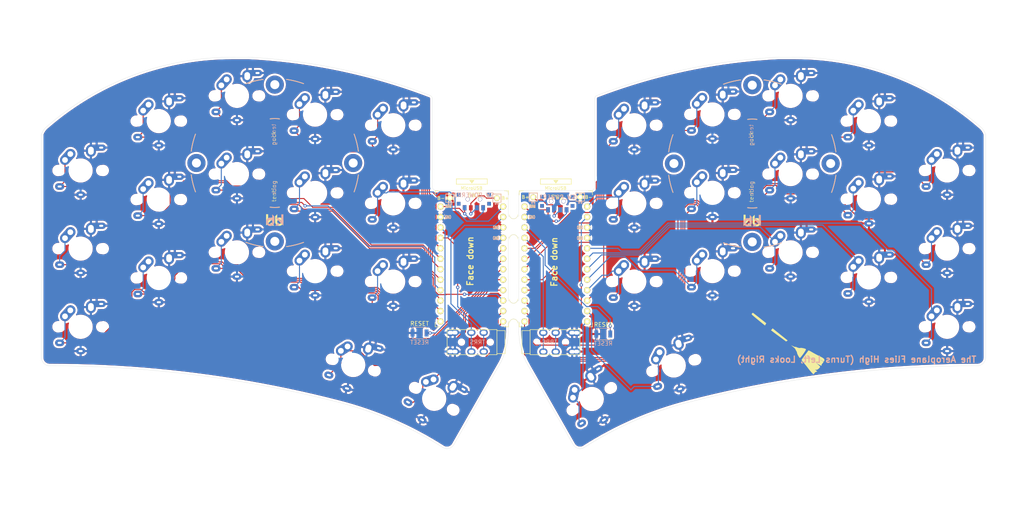
<source format=kicad_pcb>
(kicad_pcb (version 20211014) (generator pcbnew)
  (layers (0 "F.Cu" signal) (31 "B.Cu" signal) (34 "B.Paste" user) (35 "F.Paste" user) (36 "B.SilkS" user "B.Silkscreen") (37 "F.SilkS" user "F.Silkscreen") (38 "B.Mask" user) (39 "F.Mask" user) (44 "Edge.Cuts" user))
  (net 0 "")
  (net 1 "BT+")
  (net 2 "gnd")
  (net 3 "vcc")
  (net 4 "Switch18")
  (net 5 "reset")
  (net 6 "Switch1")
  (net 7 "Switch2")
  (net 8 "Switch3")
  (net 9 "Switch4")
  (net 10 "Switch5")
  (net 11 "Switch6")
  (net 12 "Switch7")
  (net 13 "Switch8")
  (net 14 "Switch9")
  (net 15 "Switch10")
  (net 16 "Switch11")
  (net 17 "Switch12")
  (net 18 "Switch13")
  (net 19 "Switch14")
  (net 20 "Switch15")
  (net 21 "Switch16")
  (net 22 "Switch17")
  (net 23 "Net-(SW_POWER1-Pad1)")
  (net 24 "raw")
  (net 25 "BT+_r")
  (net 26 "Switch18_r")
  (net 27 "reset_r")
  (net 28 "Switch9_r")
  (net 29 "Switch10_r")
  (net 30 "Switch11_r")
  (net 31 "Switch12_r")
  (net 32 "Switch13_r")
  (net 33 "Switch14_r")
  (net 34 "Switch15_r")
  (net 35 "Switch16_r")
  (net 36 "Switch17_r")
  (net 37 "Switch1_r")
  (net 38 "Switch2_r")
  (net 39 "Switch3_r")
  (net 40 "Switch4_r")
  (net 41 "Switch5_r")
  (net 42 "Switch6_r")
  (net 43 "Switch7_r")
  (net 44 "Switch8_r")
  (net 45 "Net-(SW_POWERR1-Pad1)")
  (footprint "kbd:1pin_conn" (layer "F.Cu") (at 146.190005 83.736002)
    (fp_text reference "B+")
    (fp_text value "MountingHole_Pad" hide)
  )
  (footprint "kbd:1pin_conn" (layer "F.Cu") (at 134.760005 83.736002)
    (fp_text reference "B-")
    (fp_text value "MountingHole_Pad" hide)
  )
  (footprint "* duckyb-collection:keyswitch_cherrymx_alps_choc12_slots_1u" (layer "F.Cu") (at 45 77)
    (fp_text reference "SW2" hide)
    (fp_text value "SW_Push" hide)
  )
  (footprint "* duckyb-collection:keyswitch_cherrymx_alps_choc12_slots_1u" (layer "F.Cu") (at 64 65)
    (fp_text reference "SW3" hide)
    (fp_text value "SW_Push" hide)
  )
  (footprint "* duckyb-collection:keyswitch_cherrymx_alps_choc12_slots_1u" (layer "F.Cu") (at 83 58.86)
    (fp_text reference "SW4" hide)
    (fp_text value "SW_Push" hide)
  )
  (footprint "* duckyb-collection:keyswitch_cherrymx_alps_choc12_slots_1u" (layer "F.Cu") (at 101.994 63.432)
    (fp_text reference "SW5" hide)
    (fp_text value "SW_Push" hide)
  )
  (footprint "* duckyb-collection:keyswitch_cherrymx_alps_choc12_slots_1u" (layer "F.Cu") (at 121 66)
    (fp_text reference "SW6" hide)
    (fp_text value "SW_Push" hide)
  )
  (footprint "* duckyb-collection:keyswitch_cherrymx_alps_choc12_slots_1u" (layer "F.Cu") (at 45 96)
    (fp_text reference "SW8" hide)
    (fp_text value "SW_Push" hide)
  )
  (footprint "* duckyb-collection:keyswitch_cherrymx_alps_choc12_slots_1u" (layer "F.Cu") (at 64 84.074)
    (fp_text reference "SW9" hide)
    (fp_text value "SW_Push" hide)
  )
  (footprint "* duckyb-collection:keyswitch_cherrymx_alps_choc12_slots_1u" (layer "F.Cu") (at 83 77.878)
    (fp_text reference "SW10" hide)
    (fp_text value "SW_Push" hide)
  )
  (footprint "* duckyb-collection:keyswitch_cherrymx_alps_choc12_slots_1u" (layer "F.Cu") (at 102 82.45)
    (fp_text reference "SW11" hide)
    (fp_text value "SW_Push" hide)
  )
  (footprint "* duckyb-collection:keyswitch_cherrymx_alps_choc12_slots_1u" (layer "F.Cu") (at 120.98 84.99)
    (fp_text reference "SW12" hide)
    (fp_text value "SW_Push" hide)
  )
  (footprint "* duckyb-collection:keyswitch_cherrymx_alps_choc12_slots_1u" (layer "F.Cu") (at 45 115)
    (fp_text reference "SW14" hide)
    (fp_text value "SW_Push" hide)
  )
  (footprint "* duckyb-collection:keyswitch_cherrymx_alps_choc12_slots_1u" (layer "F.Cu") (at 64.008 103.124)
    (fp_text reference "SW15" hide)
    (fp_text value "SW_Push" hide)
  )
  (footprint "* duckyb-collection:keyswitch_cherrymx_alps_choc12_slots_1u" (layer "F.Cu") (at 83 96.896)
    (fp_text reference "SW16" hide)
    (fp_text value "SW_Push" hide)
  )
  (footprint "* duckyb-collection:keyswitch_cherrymx_alps_choc12_slots_1u" (layer "F.Cu") (at 102 101.468)
    (fp_text reference "SW17" hide)
    (fp_text value "SW_Push" hide)
  )
  (footprint "* duckyb-collection:keyswitch_cherrymx_alps_choc12_slots_1u" (layer "F.Cu") (at 130.95 132.504 -30)
    (fp_text reference "SW20" hide)
    (fp_text value "SW_Push" hide)
  )
  (footprint "* duckyb-collection:keyswitch_cherrymx_alps_choc12_slots_1u" (layer "F.Cu") (at 111.272 124.288 -15)
    (fp_text reference "SW21" hide)
    (fp_text value "SW_Push" hide)
  )
  (footprint "kbd:Tenting_Puck2" (layer "F.Cu") (at 92.202 75.184)
    (fp_text reference "REF**")
    (fp_text value "Tenting Puck")
  )
  (footprint "Kailh:SPDT_C128955r" (layer "F.Cu") (at 140.602 83.99)
    (fp_text reference "SW2")
    (fp_text value "SW_SPDT")
  )
  (footprint "kbd:SW_SPST_B3U-1000P" (layer "F.Cu") (at 127.394 116.502)
    (fp_text reference "RSW1" hide)
    (fp_text value "SW_Push")
  )
  (footprint "* duckyb-collection:keyswitch_cherrymx_alps_choc12_slots_1u" (layer "F.Cu") (at 120.98 104.008)
    (fp_text reference "SW18" hide)
    (fp_text value "SW_Push" hide)
  )
  (footprint "kbd:ProMicro_v3_min" (layer "F.Cu") (at 140.094 100.246)
    (fp_text reference "U1" hide)
    (fp_text value "ProMicro-kbd" hide)
  )
  (footprint "kbd:1pin_conn" (layer "F.Cu") (at 166.45984 83.482002)
    (fp_text reference "B-")
    (fp_text value "MountingHole_Pad" hide)
  )
  (footprint "kbd:SW_SPST_B3U-1000P" (layer "F.Cu") (at 172.04784 116.756)
    (fp_text reference "RSW2" hide)
    (fp_text value "SW_Push")
  )
  (footprint "kbd:1pin_conn" (layer "F.Cu") (at 155.02984 83.482002)
    (fp_text reference "B+")
    (fp_text value "MountingHole_Pad" hide)
  )
  (footprint "kbd:Tenting_Puck2" (layer "F.Cu") (at 208.26984 75.311)
    (fp_text reference "REF**")
    (fp_text value "Tenting Puck")
  )
  (footprint "Kailh:ferris_broom" (layer "F.Cu") (at 215.84984 118.872 7)
    (fp_text reference "G***" hide)
    (fp_text value "LOGO" hide)
  )
  (footprint "Kailh:SPDT_C128955r" (layer "F.Cu") (at 160.87184 84.498)
    (fp_text reference "SW2")
    (fp_text value "SW_SPDT")
  )
  (footprint "Kailh:TRRS-PJ-DPB2" (layer "F.Cu") (at 154.26784 118.734 90)
    (fp_text reference "J1")
    (fp_text value "AudioJack4dpb" hide)
  )
  (footprint "* duckyb-collection:keyswitch_cherrymx_alps_choc12_slots_1u" (layer "F.Cu") (at 198.58584 82.418)
    (fp_text reference "SW11_r1" hide)
    (fp_text value "SW_Push" hide)
  )
  (footprint "* duckyb-collection:keyswitch_cherrymx_alps_choc12_slots_1u" (layer "F.Cu") (at 255.63184 115)
    (fp_text reference "SW13_r1" hide)
    (fp_text value "SW_Push" hide)
  )
  (footprint "* duckyb-collection:keyswitch_cherrymx_alps_choc12_slots_1u" (layer "F.Cu") (at 217.58784 96.896)
    (fp_text reference "SW15_r1" hide)
    (fp_text value "SW_Push" hide)
  )
  (footprint "* duckyb-collection:keyswitch_cherrymx_alps_choc12_slots_1u" (layer "F.Cu") (at 198.58584 101.468)
    (fp_text reference "SW16_r1" hide)
    (fp_text value "SW_Push" hide)
  )
  (footprint "* duckyb-collection:keyswitch_cherrymx_alps_choc12_slots_1u" (layer "F.Cu") (at 198.58584 63.368)
    (fp_text reference "SW5_r1" hide)
    (fp_text value "SW_Push" hide)
  )
  (footprint "* duckyb-collection:keyswitch_cherrymx_alps_choc12_slots_1u" (layer "F.Cu") (at 236.61384 65)
    (fp_text reference "SW3_r1" hide)
    (fp_text value "SW_Push" hide)
  )
  (footprint "* duckyb-collection:keyswitch_cherrymx_alps_choc12_slots_1u" (layer "F.Cu") (at 217.58784 58.86)
    (fp_text reference "SW4_r1" hide)
    (fp_text value "SW_Push" hide)
  )
  (footprint "* duckyb-collection:keyswitch_cherrymx_alps_choc12_slots_1u" (layer "F.Cu") (at 236.61384 83.974)
    (fp_text reference "SW8_r1" hide)
    (fp_text value "SW_Push" hide)
  )
  (footprint "* duckyb-collection:keyswitch_cherrymx_alps_choc12_slots_1u" (layer "F.Cu") (at 217.58784 77.878)
    (fp_text reference "SW9_r1" hide)
    (fp_text value "SW_Push" hide)
  )
  (footprint "* duckyb-collection:keyswitch_cherrymx_alps_choc12_slots_1u" (layer "F.Cu") (at 236.61384 102.992)
    (fp_text reference "SW18_r1" hide)
    (fp_text value "SW_Push" hide)
  )
  (footprint "* duckyb-collection:keyswitch_cherrymx_alps_choc12_slots_1u" (layer "F.Cu") (at 179.58584 84.99)
    (fp_text reference "SW12_r1" hide)
    (fp_text value "SW_Push" hide)
  )
  (footprint "* duckyb-collection:keyswitch_cherrymx_alps_choc12_slots_1u" (layer "F.Cu") (at 255.63184 96)
    (fp_text reference "SW7_r1" hide)
    (fp_text value "SW_Push" hide)
  )
  (footprint "* duckyb-collection:keyswitch_cherrymx_alps_choc12_slots_1u" (layer "F.Cu") (at 255.63184 77)
    (fp_text reference "SW2_r1" hide)
    (fp_text value "SW_Push" hide)
  )
  (footprint "* duckyb-collection:keyswitch_cherrymx_alps_choc12_slots_1u" (layer "F.Cu") (at 179.58584 66)
    (fp_text reference "SW6_r1" hide)
    (fp_text value "SW_Push" hide)
  )
  (footprint "* duckyb-collection:keyswitch_cherrymx_alps_choc12_slots_1u" (layer "F.Cu") (at 169.251 132.542 30)
    (fp_text reference "SW20_r1" hide)
    (fp_text value "SW_Push" hide)
  )
  (footprint "* duckyb-collection:keyswitch_cherrymx_alps_choc12_slots_1u" (layer "F.Cu") (at 179.58584 104.008)
    (fp_text reference "SW17_r1" hide)
    (fp_text value "SW_Push" hide)
  )
  (footprint "* duckyb-collection:keyswitch_cherrymx_alps_choc12_slots_1u" (layer "F.Cu") (at 189.17984 124.41 15)
    (fp_text reference "SW21_r1" hide)
    (fp_text value "SW_Push" hide)
  )
  (footprint "kbd:ProMicro_v3_min" (layer "F.Cu") (at 160.51784 100.246)
    (fp_text reference "U2" hide)
    (fp_text value "ProMicro-kbd" hide)
  )
  (footprint "Duckyb-Parts:mouse-bite-5mm-slot-with-space-for-track" (layer "F.Cu") (at 150.241 90.678)
    (fp_text reference "mouse-bite-5mm-slot" hide)
    (fp_text value "VAL**" hide)
  )
  (footprint "Duckyb-Parts:mouse-bite-5mm-slot-with-space-for-track" (layer "F.Cu") (at 150.241 111.1885)
    (fp_text reference "mouse-bite-5mm-slot" hide)
    (fp_text value "VAL**" hide)
  )
  (footprint "Kailh:TRRS-PJ-DPB2" (layer "F.Cu") (at 146.19 118.734 -90)
    (fp_text reference "J2")
    (fp_text value "AudioJack4dpb" hide)
  )
  (footprint "Kailh:SPDT_C128955" (layer "B.Cu") (at 140.602 83.99 180)
    (fp_text reference "SW_POWERR1")
    (fp_text value "SW_SPDT")
  )
  (footprint "kbd:SW_SPST_B3U-1000P" (layer "B.Cu") (at 127.394 116.502)
    (fp_text reference "RSW1" hide)
    (fp_text value "SW_Push")
  )
  (footprint "Kailh:SPDT_C128955" (layer "B.Cu") (at 160.87184 84.498 180)
    (fp_text reference "SW_POWER1")
    (fp_text value "SW_SPDT")
  )
  (footprint "kbd:SW_SPST_B3U-1000P" (layer "B.Cu") (at 172.04784 116.756)
    (fp_text reference "RSW2" hide)
    (fp_text value "SW_Push")
  )
  (gr_arc (start 148.162 81.866) (mid 148.69233 82.08567) (end 148.912 82.616) (layer "Edge.Cuts") (width 0.05))
  (gr_line (start 148.912 93.218) (end 148.912 101.262) (layer "Edge.Cuts") (width 0.05))
  (gr_line (start 131.458 81.868917) (end 148.162 81.866) (layer "Edge.Cuts") (width 0.05))
  (gr_line (start 147.161679 123.613657) (end 135.71 143.699265) (layer "Edge.Cuts") (width 0.05))
  (gr_arc (start 148.924 116.248) (mid 148.462831 120.031316) (end 147.161679 123.613657) (layer "Edge.Cuts") (width 0.05))
  (gr_line (start 148.912 82.616) (end 148.924 88.11) (layer "Edge.Cuts") (width 0.05))
  (gr_line (start 149.2885 88.11) (end 148.924 88.11) (layer "Edge.Cuts") (width 0.05))
  (gr_line (start 149.2885 93.218) (end 148.912 93.218) (layer "Edge.Cuts") (width 0.05))
  (gr_line (start 149.2885 108.628) (end 148.924 108.628) (layer "Edge.Cuts") (width 0.05))
  (gr_line (start 149.2885 113.7285) (end 148.912 113.7285) (layer "Edge.Cuts") (width 0.05))
  (gr_line (start 148.912 101.262) (end 148.924 108.628) (layer "Edge.Cuts") (width 0.05))
  (gr_line (start 148.912 113.7285) (end 148.924 116.248) (layer "Edge.Cuts") (width 0.05))
  (gr_arc (start 131.458 81.868917) (mid 130.750893 81.576024) (end 130.458 80.868917) (layer "Edge.Cuts") (width 0.05))
  (gr_line (start 130.458 80.868917) (end 130.463 59.473) (layer "Edge.Cuts") (width 0.05))
  (gr_arc (start 35.465859 68.23732) (mid 36.022742 67.119147) (end 36.893 66.223) (layer "Edge.Cuts") (width 0.05))
  (gr_arc (start 85.843227 49.463504) (mid 108.303644 52.385453) (end 130.028245 58.79247) (layer "Edge.Cuts") (width 0.05))
  (gr_line (start 37.768 124.474571) (end 37.493002 124.473917) (layer "Edge.Cuts") (width 0.05))
  (gr_arc (start 107.797707 133.384137) (mid 120.821222 137.841207) (end 132.978 144.298) (layer "Edge.Cuts") (width 0.05))
  (gr_arc (start 37.768 124.474571) (mid 73.062993 126.727903) (end 107.798171 133.38233) (layer "Edge.Cuts") (width 0.05))
  (gr_arc (start 37.493002 124.473917) (mid 36.080534 123.924716) (end 35.458001 122.542999) (layer "Edge.Cuts") (width 0.05))
  (gr_arc (start 135.71 143.699265) (mid 134.468995 144.56898) (end 132.978 144.298) (layer "Edge.Cuts") (width 0.05))
  (gr_arc (start 130.028245 58.79247) (mid 130.345034 59.069226) (end 130.463 59.473) (layer "Edge.Cuts") (width 0.05))
  (gr_line (start 35.465859 68.23732) (end 35.458001 122.542999) (layer "Edge.Cuts") (width 0.05))
  (gr_line (start 85.843124 49.465561) (end 81.868 49.468) (layer "Edge.Cuts") (width 0.05))
  (gr_arc (start 36.894611 66.224861) (mid 57.871135 53.793316) (end 81.868 49.468) (layer "Edge.Cuts") (width 0.05))
  (gr_line (start 168.99984 81.868917) (end 152.29584 81.866) (layer "Edge.Cuts") (width 0.05))
  (gr_line (start 151.54584 113.7285) (end 151.53384 116.248) (layer "Edge.Cuts") (width 0.05))
  (gr_line (start 153.280536 123.57215) (end 164.74784 143.699265) (layer "Edge.Cuts") (width 0.05))
  (gr_line (start 264.991981 68.23732) (end 264.999839 122.542999) (layer "Edge.Cuts") (width 0.05))
  (gr_line (start 214.614716 49.465561) (end 218.58984 49.468) (layer "Edge.Cuts") (width 0.05))
  (gr_line (start 151.54584 101.262) (end 151.53384 108.628) (layer "Edge.Cuts") (width 0.05))
  (gr_arc (start 151.54584 82.616) (mid 151.76551 82.08567) (end 152.29584 81.866) (layer "Edge.Cuts") (width 0.05))
  (gr_line (start 151.54584 93.218) (end 151.54584 101.262) (layer "Edge.Cuts") (width 0.05))
  (gr_arc (start 167.47984 144.298) (mid 179.636618 137.841207) (end 192.660133 133.384137) (layer "Edge.Cuts") (width 0.05))
  (gr_arc (start 218.58984 49.468) (mid 242.586705 53.793316) (end 263.563229 66.224861) (layer "Edge.Cuts") (width 0.05))
  (gr_arc (start 192.659669 133.38233) (mid 227.394847 126.727903) (end 262.68984 124.474571) (layer "Edge.Cuts") (width 0.05))
  (gr_arc (start 167.47984 144.298) (mid 165.988845 144.56898) (end 164.74784 143.699265) (layer "Edge.Cuts") (width 0.05))
  (gr_arc (start 153.280536 123.57215) (mid 151.990927 120.009347) (end 151.53384 116.248) (layer "Edge.Cuts") (width 0.05))
  (gr_line (start 151.54584 82.616) (end 151.53384 88.11) (layer "Edge.Cuts") (width 0.05))
  (gr_arc (start 169.99984 80.868917) (mid 169.706947 81.576024) (end 168.99984 81.868917) (layer "Edge.Cuts") (width 0.05))
  (gr_line (start 169.99984 80.868917) (end 169.99484 59.473) (layer "Edge.Cuts") (width 0.05))
  (gr_arc (start 263.56484 66.223) (mid 264.435099 67.119147) (end 264.991981 68.23732) (layer "Edge.Cuts") (width 0.05))
  (gr_arc (start 170.429595 58.79247) (mid 192.154196 52.385453) (end 214.614613 49.463504) (layer "Edge.Cuts") (width 0.05))
  (gr_line (start 262.68984 124.474571) (end 262.964838 124.473917) (layer "Edge.Cuts") (width 0.05))
  (gr_arc (start 264.999839 122.542999) (mid 264.377307 123.924717) (end 262.964838 124.473917) (layer "Edge.Cuts") (width 0.05))
  (gr_arc (start 169.99484 59.473) (mid 170.112806 59.069226) (end 170.429595 58.79247) (layer "Edge.Cuts") (width 0.05))
  (gr_line (start 151.53384 88.11) (end 151.1935 88.11) (layer "Edge.Cuts") (width 0.05))
  (gr_line (start 151.54584 93.218) (end 151.1935 93.218) (layer "Edge.Cuts") (width 0.05))
  (gr_arc (start 149.288501 113.7285) (mid 150.241 113.083627) (end 151.193499 113.728501) (layer "Edge.Cuts") (width 0.05))
  (gr_line (start 151.53384 108.628) (end 151.1935 108.628) (layer "Edge.Cuts") (width 0.05))
  (gr_arc (start 149.288501 93.218) (mid 150.241 92.573127) (end 151.193499 93.218001) (layer "Edge.Cuts") (width 0.05))
  (gr_line (start 151.54584 113.7285) (end 151.1935 113.7285) (layer "Edge.Cuts") (width 0.05))
  (gr_arc (start 151.193499 108.628) (mid 150.241 109.285937) (end 149.288501 108.627999) (layer "Edge.Cuts") (width 0.05))
  (gr_arc (start 151.193499 88.11) (mid 150.241 88.772807) (end 149.288501 88.109999) (layer "Edge.Cuts") (width 0.05))
  (gr_text "The Aeroplane Flies High (Turns Left, Looks Right)" (at 233.62984 122.936) (layer "B.SilkS") (effects (font (size 1.5 1.5) (thickness 0.3)) (justify mirror)))
  (gr_text "Face down" (at 160.10984 99.23 90) (layer "F.SilkS") (effects (font (size 1.5 1.5) (thickness 0.3))))
  (gr_text "Face down" (at 139.7 99.06 90) (layer "F.SilkS") (effects (font (size 1.5 1.5) (thickness 0.3))))
  (segment (start 158.381843 85.323001) (end 157.231843 84.173001) (width 0.25) (layer "F.Cu") (net 1))
  (segment (start 157.231843 84.173001) (end 155.720841 84.173001) (width 0.25) (layer "F.Cu") (net 1))
  (segment (start 155.720841 84.173001) (end 155.02984 83.482) (width 0.25) (layer "F.Cu") (net 1))
  (segment (start 160.10984 86.585) (end 160.12184 86.573) (width 0.25) (layer "F.Cu") (net 1))
  (segment (start 160.12184 85.698) (end 159.746841 85.323001) (width 0.25) (layer "F.Cu") (net 1))
  (segment (start 159.746841 85.323001) (end 158.381843 85.323001) (width 0.25) (layer "F.Cu") (net 1))
  (segment (start 160.10984 88.054) (end 160.10984 86.585) (width 0.25) (layer "F.Cu") (net 1))
  (segment (start 160.12184 86.573) (end 160.12184 85.698) (width 0.25) (layer "F.Cu") (net 1))
  (via (at 160.10984 88.054) (size 0.8) (drill 0.4) (layers "F.Cu" "B.Cu") (net 1))
  (segment (start 161.62184 86.573) (end 161.62184 87.05) (width 0.25) (layer "B.Cu") (net 1))
  (segment (start 161.62184 86.573) (end 161.59084 86.573) (width 0.25) (layer "B.Cu") (net 1))
  (segment (start 161.59084 86.573) (end 160.10984 88.054) (width 0.25) (layer "B.Cu") (net 1))
  (segment (start 133.236 88.308) (end 132.4854 88.308) (width 0.25) (layer "B.Cu") (net 2))
  (segment (start 134.76 83.736) (end 134.76 86.784) (width 0.25) (layer "B.Cu") (net 2))
  (segment (start 134.76 86.784) (end 133.236 88.308) (width 0.25) (layer "B.Cu") (net 2))
  (segment (start 136.652 105.41) (end 136.652 105.41) (width 0.25) (layer "F.Cu") (net 3))
  (segment (start 157.46784 121.044) (end 157.48784 121.064) (width 0.25) (layer "F.Cu") (net 3))
  (segment (start 132.4854 93.388) (end 134.282 93.388) (width 0.25) (layer "F.Cu") (net 3))
  (segment (start 136.652 95.758) (end 136.652 105.41) (width 0.25) (layer "F.Cu") (net 3))
  (segment (start 134.282 93.388) (end 136.652 95.758) (width 0.25) (layer "F.Cu") (net 3))
  (via (at 136.652 105.41) (size 0.8) (drill 0.4) (layers "F.Cu" "B.Cu") (net 3))
  (segment (start 157.46784 121.044) (end 157.48784 121.064) (width 0.25) (layer "B.Cu") (net 3))
  (segment (start 157.46784 116.434) (end 157.46784 121.044) (width 0.25) (layer "B.Cu") (net 3))
  (segment (start 152.90924 93.388) (end 157.46784 97.9466) (width 0.25) (layer "B.Cu") (net 3))
  (segment (start 157.46784 97.9466) (end 157.46784 116.434) (width 0.25) (layer "B.Cu") (net 3))
  (segment (start 136.652 110.086) (end 142.97 116.404) (width 0.25) (layer "B.Cu") (net 3))
  (segment (start 136.652 105.41) (end 136.652 110.086) (width 0.25) (layer "B.Cu") (net 3))
  (segment (start 142.97 116.404) (end 142.97 121.014) (width 0.25) (layer "B.Cu") (net 3))
  (segment (start 142.97 121.014) (end 142.99 121.034) (width 0.25) (layer "B.Cu") (net 3))
  (segment (start 135.014 93.642) (end 138.316 90.34) (width 0.25) (layer "B.Cu") (net 4))
  (segment (start 139.97 114.346) (end 135.014 109.39) (width 0.25) (layer "B.Cu") (net 4))
  (segment (start 139.97 116.404) (end 139.97 114.346) (width 0.25) (layer "B.Cu") (net 4))
  (segment (start 139.97 121.014) (end 139.99 121.034) (width 0.25) (layer "B.Cu") (net 4))
  (segment (start 138.316 90.34) (end 145.6734 90.34) (width 0.25) (layer "B.Cu") (net 4))
  (segment (start 139.97 116.404) (end 139.97 121.014) (width 0.25) (layer "B.Cu") (net 4))
  (segment (start 135.014 109.39) (end 135.014 93.642) (width 0.25) (layer "B.Cu") (net 4))
  (segment (start 145.6734 90.34) (end 147.7054 88.308) (width 0.25) (layer "B.Cu") (net 4))
  (segment (start 129.094 116.502) (end 129.934 116.502) (width 0.25) (layer "F.Cu") (net 5))
  (via (at 129.934 116.502) (size 0.8) (drill 0.4) (layers "F.Cu" "B.Cu") (net 5))
  (segment (start 129.934 116.502) (end 129.094 116.502) (width 0.25) (layer "B.Cu") (net 5))
  (segment (start 132.4854 90.848) (end 133.572401 91.935001) (width 0.25) (layer "B.Cu") (net 5))
  (segment (start 133.572401 114.229761) (end 131.300162 116.502) (width 0.25) (layer "B.Cu") (net 5))
  (segment (start 131.300162 116.502) (end 129.934 116.502) (width 0.25) (layer "B.Cu") (net 5))
  (segment (start 133.572401 91.935001) (end 133.572401 114.229761) (width 0.25) (layer "B.Cu") (net 5))
  (segment (start 129.598359 85.055589) (end 129.598359 96.070359) (width 0.25) (layer "F.Cu") (net 6))
  (segment (start 125.238397 75.968037) (end 127.978962 78.708602) (width 0.25) (layer "F.Cu") (net 6))
  (segment (start 138.316 107.104) (end 133.744 107.104) (width 0.25) (layer "F.Cu") (net 6))
  (segment (start 41.2 79.6) (end 39.9 80.9) (width 0.25) (layer "F.Cu") (net 6))
  (segment (start 41.2 74.45) (end 41.2 79.6) (width 0.25) (layer "F.Cu") (net 6))
  (segment (start 84.97402 70.49602) (end 96.894196 70.49602) (width 0.25) (layer "F.Cu") (net 6))
  (segment (start 96.894196 70.49602) (end 98.868206 72.470028) (width 0.25) (layer "F.Cu") (net 6))
  (segment (start 127.978962 83.349038) (end 127.978964 83.436194) (width 0.25) (layer "F.Cu") (net 6))
  (segment (start 98.868206 72.470028) (end 113.486798 72.470028) (width 0.25) (layer "F.Cu") (net 6))
  (segment (start 133.672999 107.175001) (end 133.926999 107.175001) (width 0.25) (layer "F.Cu") (net 6))
  (segment (start 56.514 80.9) (end 66.91798 70.49602) (width 0.25) (layer "F.Cu") (net 6))
  (segment (start 66.91798 70.49602) (end 84.97402 70.49602) (width 0.25) (layer "F.Cu") (net 6))
  (segment (start 127.978964 83.436194) (end 129.598359 85.055589) (width 0.25) (layer "F.Cu") (net 6))
  (segment (start 129.598359 101.297369) (end 131.167319 102.866329) (width 0.25) (layer "F.Cu") (net 6))
  (segment (start 113.486798 72.470028) (end 114.7568 73.740028) (width 0.25) (layer "F.Cu") (net 6))
  (segment (start 131.167319 102.866329) (end 131.167319 106.378681) (width 0.25) (layer "F.Cu") (net 6))
  (segment (start 129.598359 96.070359) (end 129.598359 101.297369) (width 0.25) (layer "F.Cu") (net 6))
  (segment (start 129.598359 95.846359) (end 129.598359 96.070359) (width 0.25) (layer "F.Cu") (net 6))
  (segment (start 114.7568 73.740028) (end 116.144388 73.740028) (width 0.25) (layer "F.Cu") (net 6))
  (segment (start 116.144388 73.740028) (end 118.372399 75.968037) (width 0.25) (layer "F.Cu") (net 6))
  (segment (start 118.372399 75.968037) (end 125.238397 75.968037) (width 0.25) (layer "F.Cu") (net 6))
  (segment (start 127.978962 78.708602) (end 127.978962 83.349038) (width 0.25) (layer "F.Cu") (net 6))
  (segment (start 39.9 80.9) (end 56.514 80.9) (width 0.25) (layer "F.Cu") (net 6))
  (segment (start 131.167319 106.378681) (end 131.963639 107.175001) (width 0.25) (layer "F.Cu") (net 6))
  (segment (start 133.744 107.104) (end 133.672999 107.175001) (width 0.25) (layer "F.Cu") (net 6))
  (segment (start 131.963639 107.175001) (end 133.672999 107.175001) (width 0.25) (layer "F.Cu") (net 6))
  (via (at 138.316 107.104) (size 0.8) (drill 0.4) (layers "F.Cu" "B.Cu") (net 6))
  (segment (start 146.252401 107.175001) (end 146.6937 107.6163) (width 0.25) (layer "B.Cu") (net 6))
  (segment (start 146.1814 107.104) (end 146.6937 107.6163) (width 0.25) (layer "B.Cu") (net 6))
  (segment (start 146.6937 107.6163) (end 147.7054 108.628) (width 0.25) (layer "B.Cu") (net 6))
  (segment (start 138.316 107.104) (end 146.1814 107.104) (width 0.25) (layer "B.Cu") (net 6))
  (segment (start 69.53801 70.04601) (end 97.080596 70.04601) (width 0.25) (layer "F.Cu") (net 7))
  (segment (start 68.392 68.9) (end 69.53801 70.04601) (width 0.25) (layer "F.Cu") (net 7))
  (segment (start 128.428973 80.168973) (end 128.428973 80.676973) (width 0.25) (layer "F.Cu") (net 7))
  (segment (start 128.428972 80.676972) (end 128.428973 80.676973) (width 0.25) (layer "F.Cu") (net 7))
  (segment (start 60.2 67.6) (end 58.9 68.9) (width 0.25) (layer "F.Cu") (net 7))
  (segment (start 125.424799 75.518029) (end 128.428972 78.522202) (width 0.25) (layer "F.Cu") (net 7))
  (segment (start 97.080596 70.04601) (end 99.054605 72.020019) (width 0.25) (layer "F.Cu") (net 7))
  (segment (start 128.428972 78.522202) (end 128.428972 80.676972) (width 0.25) (layer "F.Cu") (net 7))
  (segment (start 128.428973 83.249793) (end 130.048369 84.869189) (width 0.25) (layer "F.Cu") (net 7))
  (segment (start 130.048369 84.869189) (end 130.048369 101.110969) (width 0.25) (layer "F.Cu") (net 7))
  (segment (start 130.048369 101.110969) (end 132.4854 103.548) (width 0.25) (layer "F.Cu") (net 7))
  (segment (start 116.33079 73.29002) (end 118.558798 75.518028) (width 0.25) (layer "F.Cu") (net 7))
  (segment (start 99.054605 72.020019) (end 113.6732 72.02002) (width 0.25) (layer "F.Cu") (net 7))
  (segment (start 113.6732 72.02002) (end 114.943199 73.290019) (width 0.25) (layer "F.Cu") (net 7))
  (segment (start 128.428973 80.676973) (end 128.428973 83.249793) (width 0.25) (layer "F.Cu") (net 7))
  (segment (start 60.2 62.45) (end 60.2 67.6) (width 0.25) (layer "F.Cu") (net 7))
  (segment (start 114.943199 73.290019) (end 116.33079 73.29002) (width 0.25) (layer "F.Cu") (net 7))
  (segment (start 58.9 68.9) (end 68.392 68.9) (width 0.25) (layer "F.Cu") (net 7))
  (segment (start 118.558798 75.518028) (end 125.424799 75.518029) (width 0.25) (layer "F.Cu") (net 7))
  (segment (start 116.51719 72.84001) (end 115.1296 72.84001) (width 0.25) (layer "F.Cu") (net 8))
  (segment (start 132.4854 101.008) (end 130.498379 99.020979) (width 0.25) (layer "F.Cu") (net 8))
  (segment (start 128.878982 78.335802) (end 128.878982 79.909018) (width 0.25) (layer "F.Cu") (net 8))
  (segment (start 118.745199 75.068019) (end 116.51719 72.84001) (width 0.25) (layer "F.Cu") (net 8))
  (segment (start 79.2 56.31) (end 79.2 61.46) (width 0.25) (layer "F.Cu") (net 8))
  (segment (start 123.30598 75.06802) (end 125.6112 75.06802) (width 0.25) (layer "F.Cu") (net 8))
  (segment (start 124.3412 75.06802) (end 123.30598 75.06802) (width 0.25) (layer "F.Cu") (net 8))
  (segment (start 84.736 69.596) (end 77.9 62.76) (width 0.25) (layer "F.Cu") (net 8))
  (segment (start 128.878982 83.063392) (end 128.878982 79.909018) (width 0.25) (layer "F.Cu") (net 8))
  (segment (start 113.8596 71.57001) (end 99.241006 71.57001) (width 0.25) (layer "F.Cu") (net 8))
  (segment (start 79.2 61.46) (end 77.9 62.76) (width 0.25) (layer "F.Cu") (net 8))
  (segment (start 130.498379 99.020979) (end 130.498379 84.682789) (width 0.25) (layer "F.Cu") (net 8))
  (segment (start 123.30598 75.06802) (end 118.745199 75.068019) (width 0.25) (layer "F.Cu") (net 8))
  (segment (start 125.6112 75.06802) (end 128.878982 78.335802) (width 0.25) (layer "F.Cu") (net 8))
  (segment (start 130.498379 84.682789) (end 128.878982 83.063392) (width 0.25) (layer "F.Cu") (net 8))
  (segment (start 128.878982 79.909018) (end 128.878981 79.605801) (width 0.25) (layer "F.Cu") (net 8))
  (segment (start 115.1296 72.84001) (end 113.8596 71.57001) (width 0.25) (layer "F.Cu") (net 8))
  (segment (start 99.241006 71.57001) (end 97.266996 69.596) (width 0.25) (layer "F.Cu") (net 8))
  (segment (start 97.266996 69.596) (end 84.736 69.596) (width 0.25) (layer "F.Cu") (net 8))
  (segment (start 129.328991 79.713009) (end 129.328991 82.876991) (width 0.25) (layer "F.Cu") (net 9))
  (segment (start 116.70359 72.39) (end 118.9316 74.61801) (width 0.25) (layer "F.Cu") (net 9))
  (segment (start 129.328991 82.876991) (end 130.948389 84.496389) (width 0.25) (layer "F.Cu") (net 9))
  (segment (start 130.948389 96.930989) (end 132.4854 98.468) (width 0.25) (layer "F.Cu") (net 9))
  (segment (start 98.194 60.882) (end 98.194 66.032) (width 0.25) (layer "F.Cu") (net 9))
  (segment (start 115.316 72.39) (end 116.70359 72.39) (width 0.25) (layer "F.Cu") (net 9))
  (segment (start 114.046 71.12) (end 115.316 72.39) (width 0.25) (layer "F.Cu") (net 9))
  (segment (start 129.328991 78.149401) (end 129.328991 79.713009) (width 0.25) (layer "F.Cu") (net 9))
  (segment (start 129.328991 79.419401) (end 129.328991 79.713009) (width 0.25) (layer "F.Cu") (net 9))
  (segment (start 118.9316 74.61801) (end 125.7976 74.61801) (width 0.25) (layer "F.Cu") (net 9))
  (segment (start 98.194 66.032) (end 96.894 67.332) (width 0.25) (layer "F.Cu") (net 9))
  (segment (start 100.682 71.12) (end 114.046 71.12) (width 0.25) (layer "F.Cu") (net 9))
  (segment (start 96.894 67.332) (end 100.682 71.12) (width 0.25) (layer "F.Cu") (net 9))
  (segment (start 130.948389 84.496389) (end 130.948389 96.930989) (width 0.25) (layer "F.Cu") (net 9))
  (segment (start 125.7976 74.61801) (end 129.328991 78.149401) (width 0.25) (layer "F.Cu") (net 9))
  (segment (start 125.984 74.168) (end 129.794 77.978) (width 0.25) (layer "F.Cu") (net 10))
  (segment (start 129.794 77.978) (end 129.794 79.502) (width 0.25) (layer "F.Cu") (net 10))
  (segment (start 124.714 74.168) (end 125.984 74.168) (width 0.25) (layer "F.Cu") (net 10))
  (segment (start 131.398399 84.184399) (end 131.398399 94.840999) (width 0.25) (layer "F.Cu") (net 10))
  (segment (start 117.2 63.45) (end 117.2 68.6) (width 0.25) (layer "F.Cu") (net 10))
  (segment (start 129.794 82.55) (end 129.779 82.565) (width 0.25) (layer "F.Cu") (net 10))
  (segment (start 119.118 74.168) (end 124.714 74.168) (width 0.25) (layer "F.Cu") (net 10))
  (segment (start 129.794 79.502) (end 129.794 82.55) (width 0.25) (layer "F.Cu") (net 10))
  (segment (start 115.9 70.95) (end 119.118 74.168) (width 0.25) (layer "F.Cu") (net 10))
  (segment (start 131.398399 94.840999) (end 132.4854 95.928) (width 0.25) (layer "F.Cu") (net 10))
  (segment (start 129.794 79.248) (end 129.794 79.502) (width 0.25) (layer "F.Cu") (net 10))
  (segment (start 129.779 82.565) (end 131.398399 84.184399) (width 0.25) (layer "F.Cu") (net 10))
  (segment (start 115.9 69.9) (end 115.9 70.95) (width 0.25) (layer "F.Cu") (net 10))
  (segment (start 117.2 68.6) (end 115.9 69.9) (width 0.25) (layer "F.Cu") (net 10))
  (segment (start 97.47498 84.77498) (end 97.482969 84.766991) (width 0.25) (layer "F.Cu") (net 11))
  (segment (start 90.932 81.28) (end 94.42698 84.77498) (width 0.25) (layer "F.Cu") (net 11))
  (segment (start 64.171412 88.646) (end 67.137706 85.679706) (width 0.25) (layer "F.Cu") (net 11))
  (segment (start 90.678 81.28) (end 90.932 81.28) (width 0.25) (layer "F.Cu") (net 11))
  (segment (start 70.2904 79.95201) (end 80.330598 79.95201) (width 0.25) (layer "F.Cu") (net 11))
  (segment (start 67.137706 85.679706) (end 67.225011 85.592401) (width 0.25) (layer "F.Cu") (net 11))
  (segment (start 67.137706 85.679706) (end 67.31 85.507412) (width 0.25) (layer "F.Cu") (net 11))
  (segment (start 60.96 88.646) (end 64.171412 88.646) (width 0.25) (layer "F.Cu") (net 11))
  (segment (start 49.706 99.9) (end 60.96 88.646) (width 0.25) (layer "F.Cu") (net 11))
  (segment (start 94.42698 84.77498) (end 97.47498 84.77498) (width 0.25) (layer "F.Cu") (net 11))
  (segment (start 67.31 85.507412) (end 67.31 84.836) (width 0.25) (layer "F.Cu") (net 11))
  (segment (start 67.225011 83.017399) (end 70.2904 79.95201) (width 0.25) (layer "F.Cu") (net 11))
  (segment (start 39.9 99.9) (end 49.706 99.9) (width 0.25) (layer "F.Cu") (net 11))
  (segment (start 98.736991 84.766991) (end 99.568 85.598) (width 0.25) (layer "F.Cu") (net 11))
  (segment (start 80.330598 79.95201) (end 81.658588 81.28) (width 0.25) (layer "F.Cu") (net 11))
  (segment (start 81.658588 81.28) (end 90.678 81.28) (width 0.25) (layer "F.Cu") (net 11))
  (segment (start 97.482969 84.766991) (end 98.736991 84.766991) (width 0.25) (layer "F.Cu") (net 11))
  (segment (start 67.225011 85.592401) (end 67.225011 83.017399) (width 0.25) (layer "F.Cu") (net 11))
  (via (at 99.568 85.598) (size 0.8) (drill 0.4) (layers "F.Cu" "B.Cu") (net 11))
  (segment (start 39.9 97.759002) (end 39.9 99.9) (width 0.25) (layer "B.Cu") (net 11))
  (segment (start 111.237 91.709) (end 114.948 95.42) (width 0.25) (layer "B.Cu") (net 11))
  (segment (start 131.0827 98.0927) (end 131.0827 104.6853) (width 0.25) (layer "B.Cu") (net 11))
  (segment (start 128.41 95.42) (end 131.0827 98.0927) (width 0.25) (layer "B.Cu") (net 11))
  (segment (start 99.568 85.598) (end 105.126 85.598) (width 0.25) (layer "B.Cu") (net 11))
  (segment (start 105.126 85.598) (end 111.237 91.709) (width 0.25) (layer "B.Cu") (net 11))
  (segment (start 41.2 96.459002) (end 39.9 97.759002) (width 0.25) (layer "B.Cu") (net 11))
  (segment (start 110.63 91.102) (end 111.237 91.709) (width 0.25) (layer "B.Cu") (net 11))
  (segment (start 41.2 93.45) (end 41.2 96.459002) (width 0.25) (layer "B.Cu") (net 11))
  (segment (start 131.0827 104.6853) (end 132.4854 106.088) (width 0.25) (layer "B.Cu") (net 11))
  (segment (start 114.948 95.42) (end 128.41 95.42) (width 0.25) (layer "B.Cu") (net 11))
  (segment (start 66.775001 85.406001) (end 66.775001 82.830999) (width 0.25) (layer "F.Cu") (net 12))
  (segment (start 58.9 87.974) (end 64.207002 87.974) (width 0.25) (layer "F.Cu") (net 12))
  (segment (start 129.148349 96.158349) (end 129.148349 101.492349) (width 0.25) (layer "F.Cu") (net 12))
  (segment (start 94.10841 83.82) (end 99.262998 83.82) (width 0.25) (layer "F.Cu") (net 12))
  (segment (start 81.786998 80.772) (end 91.06041 80.772) (width 0.25) (layer "F.Cu") (net 12))
  (segment (start 130.717309 106.565081) (end 132.4854 108.333172) (width 0.25) (layer "F.Cu") (net 12))
  (segment (start 99.262998 83.82) (end 101.410978 85.96798) (width 0.25) (layer "F.Cu") (net 12))
  (segment (start 106.5448 85.96798) (end 115.6888 95.11198) (width 0.25) (layer "F.Cu") (net 12))
  (segment (start 129.148349 101.492349) (end 129.156929 101.492349) (width 0.25) (layer "F.Cu") (net 12))
  (segment (start 64.207002 87.974) (end 66.775001 85.406001) (width 0.25) (layer "F.Cu") (net 12))
  (segment (start 128.26039 95.11198) (end 129.148348 95.999938) (width 0.25) (layer "F.Cu") (net 12))
  (segment (start 129.148348 95.999938) (end 129.148349 96.158349) (width 0.25) (layer "F.Cu") (net 12))
  (segment (start 80.516998 79.502) (end 81.786998 80.772) (width 0.25) (layer "F.Cu") (net 12))
  (segment (start 130.696 103.294) (end 130.717309 103.315309) (width 0.25) (layer "F.Cu") (net 12))
  (segment (start 132.4854 108.333172) (end 132.4854 108.628) (width 0.25) (layer "F.Cu") (net 12))
  (segment (start 115.6888 95.11198) (end 128.26039 95.11198) (width 0.25) (layer "F.Cu") (net 12))
  (segment (start 101.410978 85.96798) (end 106.5448 85.96798) (width 0.25) (layer "F.Cu") (net 12))
  (segment (start 91.06041 80.772) (end 94.10841 83.82) (width 0.25) (layer "F.Cu") (net 12))
  (segment (start 130.696 103.03142) (end 130.696 103.294) (width 0.25) (layer "F.Cu") (net 12))
  (segment (start 129.156929 101.492349) (end 130.696 103.03142) (width 0.25) (layer "F.Cu") (net 12))
  (segment (start 130.717309 103.315309) (end 130.717309 106.565081) (width 0.25) (layer "F.Cu") (net 12))
  (segment (start 66.775001 82.830999) (end 70.104 79.502) (width 0.25) (layer "F.Cu") (net 12))
  (segment (start 70.104 79.502) (end 80.516998 79.502) (width 0.25) (layer "F.Cu") (net 12))
  (segment (start 60.2 81.524) (end 60.2 86.674) (width 0.25) (layer "B.Cu") (net 12))
  (segment (start 60.2 86.674) (end 58.9 87.974) (width 0.25) (layer "B.Cu") (net 12))
  (segment (start 94.24058 85.22499) (end 97.90901 85.22499) (width 0.25) (layer "F.Cu") (net 13))
  (segment (start 128.698339 96.186339) (end 128.698339 101.735661) (width 0.25) (layer "F.Cu") (net 13))
  (segment (start 97.917 85.217) (end 99.11799 86.41799) (width 0.25) (layer "F.Cu") (net 13))
  (segment (start 106.3584 86.41799) (end 115.5024 95.56199) (width 0.25) (layer "F.Cu") (net 13))
  (segment (start 130.128085 103.099915) (end 130.24599 103.21782) (width 0.25) (layer "F.Cu") (net 13))
  (segment (start 97.90901 85.22499) (end 97.917 85.217) (width 0.25) (layer "F.Cu") (net 13))
  (segment (start 115.5024 95.56199) (end 128.07399 95.56199) (width 0.25) (layer "F.Cu") (net 13))
  (segment (start 130.267299 103.627299) (end 130.267299 106.751481) (width 0.25) (layer "F.Cu") (net 13))
  (segment (start 130.267299 106.751481) (end 130.95 107.434182) (width 0.25) (layer "F.Cu") (net 13))
  (segment (start 90.79359 81.778) (end 94.24058 85.22499) (width 0.25) (layer "F.Cu") (net 13))
  (segment (start 128.07399 95.56199) (end 128.698339 96.186339) (width 0.25) (layer "F.Cu") (net 13))
  (segment (start 130.24599 103.21782) (end 130.24599 103.60599) (width 0.25) (layer "F.Cu") (net 13))
  (segment (start 130.95 109.6326) (end 132.4854 111.168) (width 0.25) (layer "F.Cu") (net 13))
  (segment (start 130.95 107.434182) (end 130.95 109.6326) (width 0.25) (layer "F.Cu") (net 13))
  (segment (start 130.062593 103.099915) (end 130.128085 103.099915) (width 0.25) (layer "F.Cu") (net 13))
  (segment (start 128.698339 101.735661) (end 130.062593 103.099915) (width 0.25) (layer "F.Cu") (net 13))
  (segment (start 130.24599 103.60599) (end 130.267299 103.627299) (width 0.25) (layer "F.Cu") (net 13))
  (segment (start 77.9 81.778) (end 90.79359 81.778) (width 0.25) (layer "F.Cu") (net 13))
  (segment (start 99.11799 86.41799) (end 106.3584 86.41799) (width 0.25) (layer "F.Cu") (net 13))
  (segment (start 79.2 80.478) (end 77.9 81.778) (width 0.25) (layer "B.Cu") (net 13))
  (segment (start 79.2 75.328) (end 79.2 80.478) (width 0.25) (layer "B.Cu") (net 13))
  (segment (start 130.49999 111.72259) (end 130.7017 111.9243) (width 0.25) (layer "F.Cu") (net 14))
  (segment (start 128.24833 97.04967) (end 128.24833 96.49833) (width 0.25) (layer "F.Cu") (net 14))
  (segment (start 129.79598 103.469712) (end 129.79598 103.79239) (width 0.25) (layer "F.Cu") (net 14))
  (segment (start 128.248329 96.782329) (end 128.24833 97.04967) (width 0.25) (layer "F.Cu") (net 14))
  (segment (start 130.49999 107.620582) (end 130.49999 111.72259) (width 0.25) (layer "F.Cu") (net 14))
  (segment (start 127.762 96.012) (end 115.316 96.012) (width 0.25) (layer "F.Cu") (net 14))
  (segment (start 128.24833 101.922062) (end 129.79598 103.469712) (width 0.25) (layer "F.Cu") (net 14))
  (segment (start 97.418 86.868) (end 96.9 86.35) (width 0.25) (layer "F.Cu") (net 14))
  (segment (start 129.79598 103.79239) (end 129.817289 103.813699) (width 0.25) (layer "F.Cu") (net 14))
  (segment (start 128.24833 97.04967) (end 128.24833 101.922062) (width 0.25) (layer "F.Cu") (net 14))
  (segment (start 130.7017 111.9243) (end 132.4854 113.708) (width 0.25) (layer "F.Cu") (net 14))
  (segment (start 115.316 96.012) (end 106.172 86.868) (width 0.25) (layer "F.Cu") (net 14))
  (segment (start 128.24833 96.49833) (end 127.762 96.012) (width 0.25) (layer "F.Cu") (net 14))
  (segment (start 106.172 86.868) (end 97.418 86.868) (width 0.25) (layer "F.Cu") (net 14))
  (segment (start 129.817289 103.813699) (end 129.817289 106.937881) (width 0.25) (layer "F.Cu") (net 14))
  (segment (start 129.817289 106.937881) (end 130.49999 107.620582) (width 0.25) (layer "F.Cu") (net 14))
  (segment (start 98.2 85.05) (end 96.9 86.35) (width 0.25) (layer "B.Cu") (net 14))
  (segment (start 98.2 79.9) (end 98.2 85.05) (width 0.25) (layer "B.Cu") (net 14))
  (segment (start 115.88 88.89) (end 115.834 88.89) (width 0.25) (layer "F.Cu") (net 15))
  (segment (start 117.18 82.44) (end 119.422998 82.44) (width 0.25) (layer "B.Cu") (net 15))
  (segment (start 130.762999 82.214999) (end 131.49 82.942) (width 0.25) (layer "B.Cu") (net 15))
  (segment (start 119.422998 82.44) (end 119.647999 82.214999) (width 0.25) (layer "B.Cu") (net 15))
  (segment (start 136.034609 86.525391) (end 138.833218 89.324) (width 0.25) (layer "B.Cu") (net 15))
  (segment (start 144.1494 89.324) (end 147.7054 85.768) (width 0.25) (layer "B.Cu") (net 15))
  (segment (start 138.833218 89.324) (end 144.1494 89.324) (width 0.25) (layer "B.Cu") (net 15))
  (segment (start 132.213207 82.218793) (end 134.757575 82.218793) (width 0.25) (layer "B.Cu") (net 15))
  (segment (start 131.49 82.942) (end 132.213207 82.218793) (width 0.25) (layer "B.Cu") (net 15))
  (segment (start 117.18 87.59) (end 115.88 88.89) (width 0.25) (layer "B.Cu") (net 15))
  (segment (start 119.647999 82.214999) (end 130.762999 82.214999) (width 0.25) (layer "B.Cu") (net 15))
  (segment (start 136.034609 83.495827) (end 136.034609 86.525391) (width 0.25) (layer "B.Cu") (net 15))
  (segment (start 134.757575 82.218793) (end 136.034609 83.495827) (width 0.25) (layer "B.Cu") (net 15))
  (segment (start 117.18 82.44) (end 117.18 87.59) (width 0.25) (layer "B.Cu") (net 15))
  (segment (start 144.92 102.882162) (end 144.92 98.7134) (width 0.25) (layer "F.Cu") (net 16))
  (segment (start 87.951392 101.792982) (end 89.398392 103.239982) (width 0.25) (layer "F.Cu") (net 16))
  (segment (start 83.243095 99.895981) (end 85.140095 101.792981) (width 0.25) (layer "F.Cu") (net 16))
  (segment (start 89.398392 103.239982) (end 98.924802 103.239982) (width 0.25) (layer "F.Cu") (net 16))
  (segment (start 66.2716 106.57399) (end 67.389491 105.456099) (width 0.25) (layer "F.Cu") (net 16))
  (segment (start 58.142006 105.89899) (end 59.673994 105.89899) (width 0.25) (layer "F.Cu") (net 16))
  (segment (start 118.655038 107.733038) (end 118.655038 107.696) (width 0.25) (layer "F.Cu") (net 16))
  (segment (start 118.655038 107.733038) (end 118.655038 115.601398) (width 0.25) (layer "F.Cu") (net 16))
  (segment (start 100.45841 104.77359) (end 105.28441 104.77359) (width 0.25) (layer "F.Cu") (net 16))
  (segment (start 70.615608 99.22098) (end 79.40898 99.22098) (width 0.25) (layer "F.Cu") (net 16))
  (segment (start 41.19 112.21) (end 41.19 113.46) (width 0.25) (layer "F.Cu") (net 16))
  (segment (start 113.99029 105.09747) (end 114.32578 105.43296) (width 0.25) (layer "F.Cu") (net 16))
  (segment (start 133.007161 114.795001) (end 144.92 102.882162) (width 0.25) (layer "F.Cu") (net 16))
  (segment (start 60.348994 106.57399) (end 66.2716 106.57399) (width 0.25) (layer "F.Cu") (net 16))
  (segment (start 48.413002 118.9) (end 57.48299 109.830012) (width 0.25) (layer "F.Cu") (net 16))
  (segment (start 117.205194 105.43296) (end 118.655038 106.882804) (width 0.25) (layer "F.Cu") (net 16))
  (segment (start 67.389491 105.456099) (end 67.389491 102.447097) (width 0.25) (layer "F.Cu") (net 16))
  (segment (start 57.48299 106.558006) (end 58.142006 105.89899) (width 0.25) (layer "F.Cu") (net 16))
  (segment (start 48.413002 118.9) (end 54.61 112.703002) (width 0.25) (layer "F.Cu") (net 16))
  (segment (start 98.924802 103.239982) (end 100.45841 104.77359) (width 0.25) (layer "F.Cu") (net 16))
  (segment (start 118.655038 106.882804) (end 118.655038 107.733038) (width 0.25) (layer "F.Cu") (net 16))
  (segment (start 80.08398 99.89598) (end 83.243095 99.895981) (width 0.25) (layer "F.Cu") (net 16))
  (segment (start 144.92 98.7134) (end 147.7054 95.928) (width 0.25) (layer "F.Cu") (net 16))
  (segment (start 39.9 118.9) (end 48.413002 118.9) (width 0.25) (layer "F.Cu") (net 16))
  (segment (start 85.140095 101.792981) (end 87.951392 101.792982) (width 0.25) (layer "F.Cu") (net 16))
  (segment (start 118.655038 115.601398) (end 120.8876 117.83396) (width 0.25) (layer "F.Cu") (net 16))
  (segment (start 105.60829 105.09747) (end 113.99029 105.09747) (width 0.25) (layer "F.Cu") (net 16))
  (segment (start 67.389491 102.447097) (end 70.615608 99.22098) (width 0.25) (layer "F.Cu") (net 16))
  (segment (start 120.8876 117.83396) (end 129.968202 117.83396) (width 0.25) (layer "F.Cu") (net 16))
  (segment (start 59.673994 105.89899) (end 60.348994 106.57399) (width 0.25) (layer "F.Cu") (net 16))
  (segment (start 105.28441 104.77359) (end 105.60829 105.09747) (width 0.25) (layer "F.Cu") (net 16))
  (segment (start 79.40898 99.22098) (end 80.08398 99.89598) (width 0.25) (layer "F.Cu") (net 16))
  (segment (start 114.32578 105.43296) (end 117.205194 105.43296) (width 0.25) (layer "F.Cu") (net 16))
  (segment (start 57.48299 109.830012) (end 57.48299 106.558006) (width 0.25) (layer "F.Cu") (net 16))
  (segment (start 129.968202 117.83396) (end 144.92 102.882162) (width 0.25) (layer "F.Cu") (net 16))
  (segment (start 41.2 117.6) (end 39.9 118.9) (width 0.25) (layer "B.Cu") (net 16))
  (segment (start 41.2 112.45) (end 41.2 117.6) (width 0.25) (layer "B.Cu") (net 16))
  (segment (start 105.09801 105.2236) (end 105.421888 105.547478) (width 0.25) (layer "F.Cu") (net 17))
  (segment (start 117.018794 105.88297) (end 118.205028 107.069206) (width 0.25) (layer "F.Cu") (net 17))
  (segment (start 67.912999 102.559999) (end 70.802008 99.67099) (width 0.25) (layer "F.Cu") (net 17))
  (segment (start 130.154602 118.28397) (end 133.236286 115.202286) (width 0.25) (layer "F.Cu") (net 17))
  (segment (start 100.27201 105.2236) (end 105.09801 105.2236) (width 0.25) (layer "F.Cu") (net 17))
  (segment (start 67.839501 105.642499) (end 67.839501 103.399501) (width 0.25) (layer "F.Cu") (net 17))
  (segment (start 106.288521 105.547479) (end 113.803889 105.547479) (width 0.25) (layer "F.Cu") (net 17))
  (segment (start 133.236286 115.202286) (end 133.193562 115.24501) (width 0.25) (layer "F.Cu") (net 17))
  (segment (start 98.738401 103.689991) (end 100.27201 105.2236) (width 0.25) (layer "F.Cu") (net 17))
  (segment (start 79.77199 100.34599) (end 83.056694 100.34599) (width 0.25) (layer "F.Cu") (net 17))
  (segment (start 145.37001 103.068562) (end 133.236286 115.202286) (width 0.25) (layer "F.Cu") (net 17))
  (segment (start 118.205028 115.787798) (end 120.7012 118.28397) (width 0.25) (layer "F.Cu") (net 17))
  (segment (start 147.7054 98.468) (end 145.37001 100.80339) (width 0.25) (layer "F.Cu") (net 17))
  (segment (start 83.056694 100.34599) (end 84.953694 102.242991) (width 0.25) (layer "F.Cu") (net 17))
  (segment (start 89.21199 103.68999) (end 98.738401 103.689991) (width 0.25) (layer "F.Cu") (net 17))
  (segment (start 66.458 107.024) (end 67.839501 105.642499) (width 0.25) (layer "F.Cu") (net 17))
  (segment (start 67.839501 103.399501) (end 67.912999 103.326003) (width 0.25) (layer "F.Cu") (net 17))
  (segment (start 106.28852 105.547478) (end 106.288521 105.547479) (width 0.25) (layer "F.Cu") (net 17))
  (segment (start 79.60499 100.17899) (end 79.77199 100.34599) (width 0.25) (layer "F.Cu") (net 17))
  (segment (start 67.912999 103.326003) (end 67.912999 102.559999) (width 0.25) (layer "F.Cu") (net 17))
  (segment (start 145.37001 100.80339) (end 145.37001 103.068562) (width 0.25) (layer "F.Cu") (net 17))
  (segment (start 87.764991 102.242991) (end 89.21199 103.68999) (width 0.25) (layer "F.Cu") (net 17))
  (segment (start 118.205028 107.069206) (end 118.205028 115.787798) (width 0.25) (layer "F.Cu") (net 17))
  (segment (start 114.13938 105.88297) (end 117.018794 105.88297) (width 0.25) (layer "F.Cu") (net 17))
  (segment (start 113.803889 105.547479) (end 114.13938 105.88297) (width 0.25) (layer "F.Cu") (net 17))
  (segment (start 84.953694 102.242991) (end 87.764991 102.242991) (width 0.25) (layer "F.Cu") (net 17))
  (segment (start 79.60499 100.13097) (end 79.14501 99.67099) (width 0.25) (layer "F.Cu") (net 17))
  (segment (start 79.60499 100.17899) (end 79.60499 100.13097) (width 0.25) (layer "F.Cu") (net 17))
  (segment (start 58.908 107.024) (end 66.458 107.024) (width 0.25) (layer "F.Cu") (net 17))
  (segment (start 105.801478 105.547478) (end 106.288521 105.547479) (width 0.25) (layer "F.Cu") (net 17))
  (segment (start 105.421888 105.547478) (end 106.28852 105.547478) (width 0.25) (layer "F.Cu") (net 17))
  (segment (start 70.802008 99.67099) (end 79.14501 99.67099) (width 0.25) (layer "F.Cu") (net 17))
  (segment (start 120.7012 118.28397) (end 130.154602 118.28397) (width 0.25) (layer "F.Cu") (net 17))
  (segment (start 60.208 105.724) (end 58.908 107.024) (width 0.25) (layer "B.Cu") (net 17))
  (segment (start 60.208 100.574) (end 60.208 105.724) (width 0.25) (layer "B.Cu") (net 17))
  (segment (start 145.936 102.278) (end 147.206 101.008) (width 0.25) (layer "F.Cu") (net 18))
  (segment (start 116.832394 106.33298) (end 117.755019 107.255605) (width 0.25) (layer "F.Cu") (net 18))
  (segment (start 113.95298 106.33298) (end 116.832394 106.33298) (width 0.25) (layer "F.Cu") (net 18))
  (segment (start 105.235488 105.997488) (end 113.617488 105.997488) (width 0.25) (layer "F.Cu") (net 18))
  (segment (start 87.552999 102.693001) (end 88.999998 104.14) (width 0.25) (layer "F.Cu") (net 18))
  (segment (start 113.617488 105.997488) (end 113.95298 106.33298) (width 0.25) (layer "F.Cu") (net 18))
  (segment (start 145.936 103.138982) (end 145.936 102.278) (width 0.25) (layer "F.Cu") (net 18))
  (segment (start 77.9 100.796) (end 82.870293 100.796) (width 0.25) (layer "F.Cu") (net 18))
  (segment (start 120.5148 118.73398) (end 130.341002 118.73398) (width 0.25) (layer "F.Cu") (net 18))
  (segment (start 147.206 101.008) (end 147.7054 101.008) (width 0.25) (layer "F.Cu") (net 18))
  (segment (start 104.91161 105.67361) (end 105.235488 105.997488) (width 0.25) (layer "F.Cu") (net 18))
  (segment (start 130.341002 118.73398) (end 145.936 103.138982) (width 0.25) (layer "F.Cu") (net 18))
  (segment (start 84.767294 102.693001) (end 87.552999 102.693001) (width 0.25) (layer "F.Cu") (net 18))
  (segment (start 117.755019 107.255605) (end 117.75502 115.9742) (width 0.25) (layer "F.Cu") (net 18))
  (segment (start 88.999998 104.14) (end 98.552 104.14) (width 0.25) (layer "F.Cu") (net 18))
  (segment (start 98.552 104.14) (end 100.08561 105.67361) (width 0.25) (layer "F.Cu") (net 18))
  (segment (start 100.08561 105.67361) (end 104.91161 105.67361) (width 0.25) (layer "F.Cu") (net 18))
  (segment (start 82.870293 100.796) (end 84.767294 102.693001) (width 0.25) (layer "F.Cu") (net 18))
  (segment (start 117.75502 115.9742) (end 120.5148 118.73398) (width 0.25) (layer "F.Cu") (net 18))
  (segment (start 79.2 94.346) (end 79.2 99.496) (width 0.25) (layer "B.Cu") (net 18))
  (segment (start 79.2 99.496) (end 77.9 100.796) (width 0.25) (layer "B.Cu") (net 18))
  (segment (start 134.981014 119.18399) (end 137.623502 116.541502) (width 0.25) (layer "F.Cu") (net 19))
  (segment (start 138.316 111.531004) (end 138.316 111.395392) (width 0.25) (layer "F.Cu") (net 19))
  (segment (start 113.431088 106.447498) (end 113.76658 106.78299) (width 0.25) (layer "F.Cu") (net 19))
  (segment (start 138.316 111.395392) (end 146.163392 103.548) (width 0.25) (layer "F.Cu") (net 19))
  (segment (start 120.3284 119.18399) (end 134.981014 119.18399) (width 0.25) (layer "F.Cu") (net 19))
  (segment (start 104.77359 106.172) (end 105.049088 106.447498) (width 0.25) (layer "F.Cu") (net 19))
  (segment (start 116.645994 106.78299) (end 117.30501 107.442006) (width 0.25) (layer "F.Cu") (net 19))
  (segment (start 117.30501 116.1606) (end 120.3284 119.18399) (width 0.25) (layer "F.Cu") (net 19))
  (segment (start 136.037993 118.127011) (end 137.623502 116.541502) (width 0.25) (layer "F.Cu") (net 19))
  (segment (start 98.806 106.172) (end 104.77359 106.172) (width 0.25) (layer "F.Cu") (net 19))
  (segment (start 113.76658 106.78299) (end 116.645994 106.78299) (width 0.25) (layer "F.Cu") (net 19))
  (segment (start 105.049088 106.447498) (end 113.431088 106.447498) (width 0.25) (layer "F.Cu") (net 19))
  (segment (start 117.30501 107.442006) (end 117.30501 116.1606) (width 0.25) (layer "F.Cu") (net 19))
  (segment (start 137.623502 116.541502) (end 138.116502 116.048502) (width 0.25) (layer "F.Cu") (net 19))
  (segment (start 146.163392 103.548) (end 147.7054 103.548) (width 0.25) (layer "F.Cu") (net 19))
  (segment (start 98.002 105.368) (end 98.806 106.172) (width 0.25) (layer "F.Cu") (net 19))
  (segment (start 96.9 105.368) (end 98.002 105.368) (width 0.25) (layer "F.Cu") (net 19))
  (segment (start 138.116502 111.730502) (end 138.316 111.531004) (width 0.25) (layer "F.Cu") (net 19))
  (segment (start 138.116502 116.048502) (end 138.116502 111.730502) (width 0.25) (layer "F.Cu") (net 19))
  (segment (start 98.2 104.068) (end 96.9 105.368) (width 0.25) (layer "B.Cu") (net 19))
  (segment (start 98.2 98.918) (end 98.2 104.068) (width 0.25) (layer "B.Cu") (net 19))
  (segment (start 144.259802 106.088) (end 147.7054 106.088) (width 0.25) (layer "F.Cu") (net 20))
  (segment (start 115.88 115.372) (end 120.142 119.634) (width 0.25) (layer "F.Cu") (net 20))
  (segment (start 120.142 119.634) (end 135.167414 119.634) (width 0.25) (layer "F.Cu") (net 20))
  (segment (start 143.65 106.833414) (end 143.65 106.697802) (width 0.25) (layer "F.Cu") (net 20))
  (segment (start 115.88 107.908) (end 115.88 115.372) (width 0.25) (layer "F.Cu") (net 20))
  (segment (start 143.65 106.697802) (end 144.259802 106.088) (width 0.25) (layer "F.Cu") (net 20))
  (segment (start 138.566512 116.234902) (end 138.566512 111.916902) (width 0.25) (layer "F.Cu") (net 20))
  (segment (start 138.566512 111.916902) (end 143.65 106.833414) (width 0.25) (layer "F.Cu") (net 20))
  (segment (start 135.167414 119.634) (end 138.566512 116.234902) (width 0.25) (layer "F.Cu") (net 20))
  (segment (start 117.18 101.458) (end 117.18 106.608) (width 0.25) (layer "B.Cu") (net 20))
  (segment (start 117.18 106.608) (end 115.88 107.908) (width 0.25) (layer "B.Cu") (net 20))
  (segment (start 116.392827 124.413502) (end 117.902498 124.413502) (width 0.25) (layer "F.Cu") (net 21))
  (segment (start 146.493391 119.321613) (end 141.401502 124.413502) (width 0.25) (layer "F.Cu") (net 21))
  (segment (start 112.820702 120.841377) (end 116.392827 124.413502) (width 0.25) (layer "F.Cu") (net 21))
  (segment (start 108.26147 123.810048) (end 105.336384 126.735134) (width 0.25) (layer "F.Cu") (net 21))
  (segment (start 108.26147 120.841377) (end 108.26147 123.810048) (width 0.25) (layer "F.Cu") (net 21))
  (segment (start 146.493391 112.380009) (end 146.493391 119.321613) (width 0.25) (layer "F.Cu") (net 21))
  (segment (start 117.902498 124.413502) (end 125.324498 124.413502) (width 0.25) (layer "F.Cu") (net 21))
  (segment (start 147.7054 111.168) (end 146.493391 112.380009) (width 0.25) (layer "F.Cu") (net 21))
  (segment (start 108.26147 120.841377) (end 112.820702 120.841377) (width 0.25) (layer "F.Cu") (net 21))
  (segment (start 117.555502 124.413502) (end 117.902498 124.413502) (width 0.25) (layer "F.Cu") (net 21))
  (segment (start 125.070498 124.413502) (end 125.324498 124.413502) (width 0.25) (layer "F.Cu") (net 21))
  (segment (start 125.324498 124.413502) (end 141.401502 124.413502) (width 0.25) (layer "F.Cu") (net 21))
  (segment (start 128.174999 131.049578) (end 125.893078 133.331499) (width 0.25) (layer "F.Cu") (net 22))
  (segment (start 132.545 125.011) (end 141.745 125.011) (width 0.25) (layer "F.Cu") (net 22))
  (segment (start 132.545 126.029834) (end 130.784936 127.789898) (width 0.25) (layer "F.Cu") (net 22))
  (segment (start 132.308738 125.011) (end 132.545 125.011) (width 0.25) (layer "F.Cu") (net 22))
  (segment (start 146.943401 119.812599) (end 141.745 125.011) (width 0.25) (layer "F.Cu") (net 22))
  (segment (start 128.174999 129.154739) (end 128.174999 131.049578) (width 0.25) (layer "F.Cu") (net 22))
  (segment (start 132.545 125.011) (end 132.545 126.029834) (width 0.25) (layer "F.Cu") (net 22))
  (segment (start 147.7054 113.708) (end 146.943401 114.469999) (width 0.25) (layer "F.Cu") (net 22))
  (segment (start 128.934103 128.395635) (end 128.174999 129.154739) (width 0.25) (layer "F.Cu") (net 22))
  (segment (start 125.893078 133.331499) (end 124.58327 133.331499) (width 0.25) (layer "F.Cu") (net 22))
  (segment (start 146.943401 114.469999) (end 146.943401 119.812599) (width 0.25) (layer "F.Cu") (net 22))
  (segment (start 138.352 87.51) (end 138.352 87.51) (width 0.25) (layer "F.Cu") (net 24))
  (segment (start 158.62184 88.147002) (end 159.798838 89.324) (width 0.25) (layer "F.Cu") (net 24))
  (segment (start 158.62184 86.573) (end 153.71424 86.573) (width 0.25) (layer "F.Cu") (net 24))
  (segment (start 159.798838 89.324) (end 160.61784 89.324) (width 0.25) (layer "F.Cu") (net 24))
  (segment (start 153.71424 86.573) (end 152.90924 85.768) (width 0.25) (layer "F.Cu") (net 24))
  (segment (start 158.62184 86.573) (end 158.62184 88.147002) (width 0.25) (layer "F.Cu") (net 24))
  (segment (start 137.047001 86.205001) (end 138.352 87.51) (width 0.25) (layer "F.Cu") (net 24))
  (segment (start 134.496782 85.768) (end 132.4854 85.768) (width 0.25) (layer "F.Cu") (net 24))
  (segment (start 138.352 86.065) (end 138.352 87.51) (width 0.25) (layer "F.Cu") (net 24))
  (segment (start 134.933783 86.205001) (end 137.047001 86.205001) (width 0.25) (layer "F.Cu") (net 24))
  (segment (start 134.933783 86.205001) (end 134.496782 85.768) (width 0.25) (layer "F.Cu") (net 24))
  (via (at 160.61784 89.324) (size 0.8) (drill 0.4) (layers "F.Cu" "B.Cu") (net 24))
  (via (at 138.352 87.51) (size 0.8) (drill 0.4) (layers "F.Cu" "B.Cu") (net 24))
  (segment (start 160.61784 89.324) (end 160.61784 89.324) (width 0.25) (layer "B.Cu") (net 24))
  (segment (start 161.24584 89.324) (end 160.61784 89.324) (width 0.25) (layer "B.Cu") (net 24))
  (segment (start 163.12184 86.573) (end 163.12184 87.448) (width 0.25) (layer "B.Cu") (net 24))
  (segment (start 163.12184 87.448) (end 161.24584 89.324) (width 0.25) (layer "B.Cu") (net 24))
  (segment (start 139.71599 88.87399) (end 138.352 87.51) (width 0.25) (layer "B.Cu") (net 24))
  (segment (start 141.05201 88.87399) (end 139.71599 88.87399) (width 0.25) (layer "B.Cu") (net 24))
  (segment (start 142.852 86.065) (end 142.852 87.074) (width 0.25) (layer "B.Cu") (net 24))
  (segment (start 142.852 87.074) (end 141.05201 88.87399) (width 0.25) (layer "B.Cu") (net 24))
  (segment (start 139.852 87.534) (end 139.852 87.534) (width 0.25) (layer "F.Cu") (net 25))
  (segment (start 143.091997 83.164999) (end 143.662998 83.736) (width 0.25) (layer "F.Cu") (net 25))
  (segment (start 139.852 84.994) (end 141.681001 83.164999) (width 0.25) (layer "F.Cu") (net 25))
  (segment (start 139.852 86.065) (end 139.852 87.534) (width 0.25) (layer "F.Cu") (net 25))
  (segment (start 143.662998 83.736) (end 146.19 83.736) (width 0.25) (layer "F.Cu") (net 25))
  (segment (start 139.852 86.065) (end 139.852 84.994) (width 0.25) (layer "F.Cu") (net 25))
  (segment (start 141.681001 83.164999) (end 143.091997 83.164999) (width 0.25) (layer "F.Cu") (net 25))
  (via (at 139.852 87.534) (size 0.8) (drill 0.4) (layers "F.Cu" "B.Cu") (net 25))
  (segment (start 141.352 86.065) (end 141.321 86.065) (width 0.25) (layer "B.Cu") (net 25))
  (segment (start 141.321 86.065) (end 139.852 87.534) (width 0.25) (layer "B.Cu") (net 25))
  (segment (start 160.46784 121.044) (end 160.48784 121.064) (width 0.25) (layer "F.Cu") (net 26))
  (segment (start 166.71384 110.188) (end 160.46784 116.434) (width 0.25) (layer "F.Cu") (net 26))
  (segment (start 166.71384 104.818) (end 166.71384 110.188) (width 0.25) (layer "F.Cu") (net 26))
  (via (at 166.71384 104.818) (size 0.8) (drill 0.4) (layers "F.Cu" "B.Cu") (net 26))
  (segment (start 160.46784 121.044) (end 160.48784 121.064) (width 0.25) (layer "B.Cu") (net 26))
  (segment (start 160.46784 116.434) (end 160.46784 121.044) (width 0.25) (layer "B.Cu") (net 26))
  (segment (start 166.71384 104.818) (end 166.71384 89.7234) (width 0.25) (layer "B.Cu") (net 26))
  (segment (start 166.71384 104.818) (end 166.71384 104.818) (width 0.25) (layer "B.Cu") (net 26))
  (segment (start 166.71384 89.7234) (end 168.12924 88.308) (width 0.25) (layer "B.Cu") (net 26))
  (segment (start 173.74784 114.802) (end 173.74784 116.756) (width 0.25) (layer "F.Cu") (net 27))
  (via (at 173.74784 114.802) (size 0.8) (drill 0.4) (layers "F.Cu" "B.Cu") (net 27))
  (segment (start 167.973477 110.080999) (end 157.91785 100.025372) (width 0.25) (layer "B.Cu") (net 27))
  (segment (start 157.91785 100.025372) (end 157.91785 95.85661) (width 0.25) (layer "B.Cu") (net 27))
  (segment (start 173.74784 113.122) (end 170.706839 110.080999) (width 0.25) (layer "B.Cu") (net 27))
  (segment (start 173.74784 114.802) (end 173.74784 113.122) (width 0.25) (layer "B.Cu") (net 27))
  (segment (start 170.706839 110.080999) (end 167.973477 110.080999) (width 0.25) (layer "B.Cu") (net 27))
  (segment (start 157.91785 95.85661) (end 152.90924 90.848) (width 0.25) (layer "B.Cu") (net 27))
  (segment (start 173.74784 116.756) (end 173.74784 114.802) (width 0.25) (layer "B.Cu") (net 27))
  (segment (start 154.51645 123.35461) (end 173.06923 123.35461) (width 0.25) (layer "F.Cu") (net 28))
  (segment (start 180.044035 119.173805) (end 191.860839 107.357001) (width 0.25) (layer "F.Cu") (net 28))
  (segment (start 177.250036 119.173804) (end 179.734036 119.173804) (width 0.25) (layer "F.Cu") (net 28))
  (segment (start 191.860839 107.357001) (end 191.860839 87.943001) (width 0.25) (layer "F.Cu") (net 28))
  (segment (start 179.734036 119.173804) (end 180.044035 119.173805) (width 0.25) (layer "F.Cu") (net 28))
  (segment (start 152.90924 121.7474) (end 154.51645 123.35461) (width 0.25) (layer "F.Cu") (net 28))
  (segment (start 173.06923 123.35461) (end 177.250036 119.173804) (width 0.25) (layer "F.Cu") (net 28))
  (segment (start 180.044036 119.173804) (end 179.734036 119.173804) (width 0.25) (layer "F.Cu") (net 28))
  (segment (start 191.860839 87.943001) (end 193.48584 86.318) (width 0.25) (layer "F.Cu") (net 28))
  (segment (start 152.90924 113.708) (end 152.90924 121.7474) (width 0.25) (layer "F.Cu") (net 28))
  (segment (start 194.78584 79.868) (end 194.78584 85.018) (width 0.25) (layer "B.Cu") (net 28))
  (segment (start 194.78584 85.018) (end 193.48584 86.318) (width 0.25) (layer "B.Cu") (net 28))
  (segment (start 175.78584 87.59) (end 174.48584 88.89) (width 0.25) (layer "B.Cu") (net 29))
  (segment (start 175.78584 82.44) (end 175.78584 87.59) (width 0.25) (layer "B.Cu") (net 29))
  (segment (start 168.12924 85.768) (end 170.44724 83.45) (width 0.25) (layer "B.Cu") (net 29))
  (segment (start 170.44724 83.45) (end 175.77584 83.45) (width 0.25) (layer "B.Cu") (net 29))
  (segment (start 187.775249 89.814082) (end 234.683629 89.814082) (width 0.25) (layer "B.Cu") (net 30))
  (segment (start 242.410703 96.360092) (end 251.83184 105.781229) (width 0.25) (layer "B.Cu") (net 30))
  (segment (start 251.83184 117.6) (end 250.53184 118.9) (width 0.25) (layer "B.Cu") (net 30))
  (segment (start 234.683629 89.814082) (end 241.229639 96.360092) (width 0.25) (layer "B.Cu") (net 30))
  (segment (start 251.83184 105.781229) (end 251.83184 112.45) (width 0.25) (layer "B.Cu") (net 30))
  (segment (start 173.09384 95.928) (end 175.63384 95.928) (width 0.25) (layer "B.Cu") (net 30))
  (segment (start 180.979361 96.60997) (end 187.775249 89.814082) (width 0.25) (layer "B.Cu") (net 30))
  (segment (start 175.63384 95.928) (end 176.31581 96.60997) (width 0.25) (layer "B.Cu") (net 30))
  (segment (start 241.229639 96.360092) (end 242.410703 96.360092) (width 0.25) (layer "B.Cu") (net 30))
  (segment (start 168.12924 95.928) (end 173.09384 95.928) (width 0.25) (layer "B.Cu") (net 30))
  (segment (start 251.83184 112.45) (end 251.83184 117.6) (width 0.25) (layer "B.Cu") (net 30))
  (segment (start 176.31581 96.60997) (end 180.979361 96.60997) (width 0.25) (layer "B.Cu") (net 30))
  (segment (start 173.09384 95.928) (end 174.41387 95.928) (width 0.25) (layer "B.Cu") (net 30))
  (segment (start 225.385932 90.264092) (end 234.11384 98.992) (width 0.25) (layer "B.Cu") (net 31))
  (segment (start 232.708841 105.696999) (end 231.51384 106.892) (width 0.25) (layer "B.Cu") (net 31))
  (segment (start 232.81384 100.442) (end 232.81384 102.924) (width 0.25) (layer "B.Cu") (net 31))
  (segment (start 232.81384 102.924) (end 232.708841 103.028999) (width 0.25) (layer "B.Cu") (net 31))
  (segment (start 232.708841 103.028999) (end 232.708841 105.696999) (width 0.25) (layer "B.Cu") (net 31))
  (segment (start 168.12924 98.468) (end 169.53726 97.05998) (width 0.25) (layer "B.Cu") (net 31))
  (segment (start 169.53726 97.05998) (end 181.165761 97.05998) (width 0.25) (layer "B.Cu") (net 31))
  (segment (start 181.165761 97.05998) (end 187.961649 90.264092) (width 0.25) (layer "B.Cu") (net 31))
  (segment (start 187.961649 90.264092) (end 225.385932 90.264092) (width 0.25) (layer "B.Cu") (net 31))
  (segment (start 213.78784 94.346) (end 213.78784 99.496) (width 0.25) (layer "B.Cu") (net 32))
  (segment (start 213.78784 99.496) (end 212.48784 100.796) (width 0.25) (layer "B.Cu") (net 32))
  (segment (start 186.899152 91.962999) (end 186.929001 91.962999) (width 0.25) (layer "B.Cu") (net 32))
  (segment (start 181.352161 97.50999) (end 186.899152 91.962999) (width 0.25) (layer "B.Cu") (net 32))
  (segment (start 188.177898 90.714102) (end 210.155942 90.714102) (width 0.25) (layer "B.Cu") (net 32))
  (segment (start 171.62725 97.50999) (end 181.352161 97.50999) (width 0.25) (layer "B.Cu") (net 32))
  (segment (start 211.404839 91.962999) (end 213.78784 94.346) (width 0.25) (layer "B.Cu") (net 32))
  (segment (start 186.929001 91.962999) (end 188.177898 90.714102) (width 0.25) (layer "B.Cu") (net 32))
  (segment (start 168.12924 101.008) (end 171.62725 97.50999) (width 0.25) (layer "B.Cu") (net 32))
  (segment (start 210.155942 90.714102) (end 211.404839 91.962999) (width 0.25) (layer "B.Cu") (net 32))
  (segment (start 194.78584 101.328) (end 194.680841 101.432999) (width 0.25) (layer "B.Cu") (net 33))
  (segment (start 168.12924 103.548) (end 173.71724 97.96) (width 0.25) (layer "B.Cu") (net 33))
  (segment (start 194.680841 104.172999) (end 193.48584 105.368) (width 0.25) (layer "B.Cu") (net 33))
  (segment (start 194.78584 98.918) (end 194.78584 101.328) (width 0.25) (layer "B.Cu") (net 33))
  (segment (start 173.71724 97.96) (end 177.312879 97.96) (width 0.25) (layer "B.Cu") (net 33))
  (segment (start 194.680841 101.432999) (end 194.680841 104.172999) (width 0.25) (layer "B.Cu") (net 33))
  (segment (start 177.312879 97.96) (end 180.585878 101.232999) (width 0.25) (layer "B.Cu") (net 33))
  (segment (start 180.585878 101.232999) (end 189.350839 101.232999) (width 0.25) (layer "B.Cu") (net 33))
  (segment (start 189.350839 101.232999) (end 193.48584 105.368) (width 0.25) (layer "B.Cu") (net 33))
  (segment (start 174.29384 101.458) (end 173.28384 102.468) (width 0.25) (layer "B.Cu") (net 34))
  (segment (start 175.78584 101.458) (end 174.29384 101.458) (width 0.25) (layer "B.Cu") (net 34))
  (segment (start 175.78584 101.458) (end 175.78584 106.608) (width 0.25) (layer "B.Cu") (net 34))
  (segment (start 175.78584 106.608) (end 174.48584 107.908) (width 0.25) (layer "B.Cu") (net 34))
  (segment (start 171.74924 102.468) (end 173.28384 102.468) (width 0.25) (layer "B.Cu") (net 34))
  (segment (start 168.12924 106.088) (end 171.74924 102.468) (width 0.25) (layer "B.Cu") (net 34))
  (segment (start 179.570752 129.497088) (end 185.263013 129.497088) (width 0.25) (layer "B.Cu") (net 35))
  (segment (start 185.447938 129.312163) (end 185.263013 129.497088) (width 0.25) (layer "B.Cu") (net 35))
  (segment (start 168.12924 111.168) (end 169.216241 112.255001) (width 0.25) (layer "B.Cu") (net 35))
  (segment (start 185.447938 123.529007) (end 185.447938 129.312163) (width 0.25) (layer "B.Cu") (net 35))
  (segment (start 169.216241 120.752401) (end 178.76584 130.302) (width 0.25) (layer "B.Cu") (net 35))
  (segment (start 178.76584 130.302) (end 179.570752 129.497088) (width 0.25) (layer "B.Cu") (net 35))
  (segment (start 184.849333 122.930402) (end 185.447938 123.529007) (width 0.25) (layer "B.Cu") (net 35))
  (segment (start 169.216241 112.255001) (end 169.216241 120.752401) (width 0.25) (layer "B.Cu") (net 35))
  (segment (start 166.143432 133.575124) (end 166.143432 137.711821) (width 0.25) (layer "B.Cu") (net 36))
  (segment (start 166.143432 137.711821) (end 166.90111 138.469499) (width 0.25) (layer "B.Cu") (net 36))
  (segment (start 164.801943 132.233635) (end 166.143432 133.575124) (width 0.25) (layer "B.Cu") (net 36))
  (segment (start 168.12924 113.708) (end 167.132 114.70524) (width 0.25) (layer "B.Cu") (net 36))
  (segment (start 167.132 114.70524) (end 167.132 129.786738) (width 0.25) (layer "B.Cu") (net 36))
  (segment (start 167.132 129.786738) (end 164.685103 132.233635) (width 0.25) (layer "B.Cu") (net 36))
  (segment (start 172.149922 104.607318) (end 168.12924 108.628) (width 0.25) (layer "F.Cu") (net 37))
  (segment (start 185.552845 72.084225) (end 182.24604 75.39103) (width 0.25) (layer "F.Cu") (net 37))
  (segment (start 174.74881 75.39103) (end 174.660877 75.478963) (width 0.25) (layer "F.Cu") (net 37))
  (segment (start 174.660878 78.1526) (end 172.149922 80.663556) (width 0.25) (layer "F.Cu") (net 37))
  (segment (start 207.45983 69.35001) (end 204.725615 72.084225) (width 0.25) (layer "F.Cu") (net 37))
  (segment (start 204.725615 72.084225) (end 185.552845 72.084225) (width 0.25) (layer "F.Cu") (net 37))
  (segment (start 172.149922 80.663556) (end 172.149922 104.607318) (width 0.25) (layer "F.Cu") (net 37))
  (segment (start 174.660877 75.478963) (end 174.660878 78.1526) (width 0.25) (layer "F.Cu") (net 37))
  (segment (start 237.311932 77.342092) (end 229.31985 69.35001) (width 0.25) (layer "F.Cu") (net 37))
  (segment (start 246.973932 77.342092) (end 237.311932 77.342092) (width 0.25) (layer "F.Cu") (net 37))
  (segment (start 229.31985 69.35001) (end 207.45983 69.35001) (width 0.25) (layer "F.Cu") (net 37))
  (segment (start 250.53184 80.9) (end 246.973932 77.342092) (width 0.25) (layer "F.Cu") (net 37))
  (segment (start 182.24604 75.39103) (end 174.74881 75.39103) (width 0.25) (layer "F.Cu") (net 37))
  (segment (start 251.83184 79.6) (end 250.53184 80.9) (width 0.25) (layer "B.Cu") (net 37))
  (segment (start 251.83184 74.45) (end 251.83184 79.6) (width 0.25) (layer "B.Cu") (net 37))
  (segment (start 171.699912 80.477156) (end 171.699912 92.663928) (width 0.25) (layer "F.Cu") (net 38))
  (segment (start 174.43964 74.94102) (end 174.210868 75.169792) (width 0.25) (layer "F.Cu") (net 38))
  (segment (start 171.699912 92.663928) (end 169.888839 94.475001) (width 0.25) (layer "F.Cu") (net 38))
  (segment (start 169.888839 94.475001) (end 166.276841 94.475001) (width 0.25) (layer "F.Cu") (net 38))
  (segment (start 166.276841 94.475001) (end 157.203842 103.548) (width 0.25) (layer "F.Cu") (net 38))
  (segment (start 185.366445 71.634215) (end 182.05964 74.94102) (width 0.25) (layer "F.Cu") (net 38))
  (segment (start 174.210868 75.169792) (end 174.210867 77.966201) (width 0.25) (layer "F.Cu") (net 38))
  (segment (start 231.51384 68.9) (end 206.98425 68.9) (width 0.25) (layer "F.Cu") (net 38))
  (segment (start 204.250035 71.634215) (end 185.366445 71.634215) (width 0.25) (layer "F.Cu") (net 38))
  (segment (start 206.98425 68.9) (end 204.250035 71.634215) (width 0.25) (layer "F.Cu") (net 38))
  (segment (start 174.210867 77.966201) (end 171.699912 80.477156) (width 0.25) (layer "F.Cu") (net 38))
  (segment (start 157.203842 103.548) (end 152.90924 103.548) (width 0.25) (layer "F.Cu") (net 38))
  (segment (start 182.05964 74.94102) (end 174.43964 74.94102) (width 0.25) (layer "F.Cu") (net 38))
  (segment (start 232.81384 67.6) (end 231.51384 68.9) (width 0.25) (layer "B.Cu") (net 38))
  (segment (start 232.81384 62.45) (end 232.81384 67.6) (width 0.25) (layer "B.Cu") (net 38))
  (segment (start 161.79924 92.118) (end 168.74584 92.118) (width 0.25) (layer "F.Cu") (net 39))
  (segment (start 173.760858 77.7798) (end 171.249902 80.290756) (width 0.25) (layer "F.Cu") (net 39))
  (segment (start 174.25324 74.49101) (end 173.760859 74.983391) (width 0.25) (layer "F.Cu") (net 39))
  (segment (start 204.063635 71.184205) (end 185.180045 71.184205) (width 0.25) (layer "F.Cu") (net 39))
  (segment (start 152.90924 101.008) (end 161.79924 92.118) (width 0.25) (layer "F.Cu") (net 39))
  (segment (start 185.180045 71.184205) (end 181.87324 74.49101) (width 0.25) (layer "F.Cu") (net 39))
  (segment (start 181.87324 74.49101) (end 174.25324 74.49101) (width 0.25) (layer "F.Cu") (net 39))
  (segment (start 171.249902 89.613938) (end 168.74584 92.118) (width 0.25) (layer "F.Cu") (net 39))
  (segment (start 212.48784 62.76) (end 204.063635 71.184205) (width 0.25) (layer "F.Cu") (net 39))
  (segment (start 173.760859 74.983391) (end 173.760858 77.7798) (width 0.25) (layer "F.Cu") (net 39))
  (segment (start 171.249902 80.290756) (end 171.249902 89.613938) (width 0.25) (layer "F.Cu") (net 39))
  (segment (start 213.78784 56.31) (end 213.78784 61.46) (width 0.25) (layer "B.Cu") (net 39))
  (segment (start 213.78784 61.46) (end 212.48784 62.76) (width 0.25) (layer "B.Cu") (net 39))
  (segment (start 174.06684 74.041) (end 173.310849 74.796991) (width 0.25) (layer "F.Cu") (net 40))
  (segment (start 153.523252 98.468) (end 152.90924 98.468) (width 0.25) (layer "F.Cu") (net 40))
  (segment (start 173.310849 74.796991) (end 173.310849 77.593399) (width 0.25) (layer "F.Cu") (net 40))
  (segment (start 168.427839 89.760999) (end 162.230253 89.760999) (width 0.25) (layer "F.Cu") (net 40))
  (segment (start 188.45984 67.268) (end 181.68684 74.041) (width 0.25) (layer "F.Cu") (net 40))
  (segment (start 170.799892 87.975948) (end 169.014841 89.760999) (width 0.25) (layer "F.Cu") (net 40))
  (segment (start 168.651001 89.760999) (end 167.84384 89.760999) (width 0.25) (layer "F.Cu") (net 40))
  (segment (start 193.48584 67.268) (end 188.45984 67.268) (width 0.25) (layer "F.Cu") (net 40))
  (segment (start 162.230253 89.760999) (end 153.523252 98.468) (width 0.25) (layer "F.Cu") (net 40))
  (segment (start 181.68684 74.041) (end 174.06684 74.041) (width 0.25) (layer "F.Cu") (net 40))
  (segment (start 169.014841 89.760999) (end 168.651001 89.760999) (width 0.25) (layer "F.Cu") (net 40))
  (segment (start 173.310849 77.593399) (end 170.799892 80.104356) (width 0.25) (layer "F.Cu") (net 40))
  (segment (start 170.799892 80.104356) (end 170.799892 87.975948) (width 0.25) (layer "F.Cu") (net 40))
  (segment (start 194.78584 65.968) (end 193.48584 67.268) (width 0.25) (layer "B.Cu") (net 40))
  (segment (start 194.78584 60.818) (end 194.78584 65.968) (width 0.25) (layer "B.Cu") (net 40))
  (segment (start 164.133843 87.220999) (end 155.426842 95.928) (width 0.25) (layer "F.Cu") (net 41))
  (segment (start 169.776841 87.220999) (end 170.349882 86.647958) (width 0.25) (layer "F.Cu") (net 41))
  (segment (start 170.349882 79.789958) (end 172.732841 77.406999) (width 0.25) (layer "F.Cu") (net 41))
  (segment (start 169.880994 87.220999) (end 169.776841 87.220999) (width 0.25) (layer "F.Cu") (net 41))
  (segment (start 172.860839 71.525001) (end 174.48584 69.9) (width 0.25) (layer "F.Cu") (net 41))
  (segment (start 170.349882 86.647958) (end 170.349882 79.789958) (width 0.25) (layer "F.Cu") (net 41))
  (segment (start 172.860839 77.406999) (end 172.860839 71.525001) (width 0.25) (layer "F.Cu") (net 41))
  (segment (start 169.776841 87.220999) (end 164.133843 87.220999) (width 0.25) (layer "F.Cu") (net 41))
  (segment (start 172.732841 77.406999) (end 172.860839 77.406999) (width 0.25) (layer "F.Cu") (net 41))
  (segment (start 155.426842 95.928) (end 152.90924 95.928) (width 0.25) (layer "F.Cu") (net 41))
  (segment (start 175.78584 63.45) (end 175.78584 68.6) (width 0.25) (layer "B.Cu") (net 41))
  (segment (start 175.78584 68.6) (end 174.48584 69.9) (width 0.25) (layer "B.Cu") (net 41))
  (segment (start 190.19584 98.552) (end 190.44984 98.806) (width 0.25) (layer "F.Cu") (net 42))
  (segment (start 206.082436 85.65599) (end 196.35265 85.65599) (width 0.25) (layer "F.Cu") (net 42))
  (segment (start 176.681225 117.823775) (end 172.66984 121.83516) (width 0.25) (layer "F.Cu") (net 42))
  (segment (start 190.44984 106.68) (end 179.306065 117.823775) (width 0.25) (layer "F.Cu") (net 42))
  (segment (start 214.39323 80.20298) (end 211.535445 80.202981) (width 0.25) (layer "F.Cu") (net 42))
  (segment (start 226.52923 82.25298) (end 218.94086 82.25298) (width 0.25) (layer "F.Cu") (net 42))
  (segment (start 172.66984 121.84477) (end 170.20507 119.38) (width 0.25) (layer "F.Cu") (net 42))
  (segment (start 154.97384 106.088) (end 152.90924 106.088) (width 0.25) (layer "F.Cu") (net 42))
  (segment (start 170.126069 119.459001) (end 155.519839 119.459001) (width 0.25) (layer "F.Cu") (net 42))
  (segment (start 211.535445 80.202981) (end 206.082436 85.65599) (width 0.25) (layer "F.Cu") (net 42))
  (segment (start 196.35265 85.65599) (end 194.98963 84.292972) (width 0.25) (layer "F.Cu") (net 42))
  (segment (start 154.97384 118.28) (end 154.97384 106.088) (width 0.25) (layer "F.Cu") (net 42))
  (segment (start 229.62025 85.344) (end 226.672045 82.395795) (width 0.25) (layer "F.Cu") (net 42))
  (segment (start 155.519839 119.459001) (end 154.896261 118.835423) (width 0.25) (layer "F.Cu") (net 42))
  (segment (start 154.896261 118.835423) (end 154.896261 118.357579) (width 0.25) (layer "F.Cu") (net 42))
  (segment (start 239.43083 88.79899) (end 234.329834 88.79899) (width 0.25) (layer "F.Cu") (net 42))
  (segment (start 192.347045 84.292971) (end 190.19584 86.444176) (width 0.25) (layer "F.Cu") (net 42))
  (segment (start 170.20507 119.38) (end 170.126069 119.459001) (width 0.25) (layer "F.Cu") (net 42))
  (segment (start 250.53184 99.9) (end 239.43083 88.79899) (width 0.25) (layer "F.Cu") (net 42))
  (segment (start 179.306065 117.823775) (end 176.681225 117.823775) (width 0.25) (layer "F.Cu") (net 42))
  (segment (start 216.18923 82.25298) (end 216.18923 81.99898) (width 0.25) (layer "F.Cu") (net 42))
  (segment (start 194.98963 84.292972) (end 192.347045 84.292971) (width 0.25) (layer "F.Cu") (net 42))
  (segment (start 154.896261 118.357579) (end 154.97384 118.28) (width 0.25) (layer "F.Cu") (net 42))
  (segment (start 190.19584 86.444176) (end 190.19584 98.552) (width 0.25) (layer "F.Cu") (net 42))
  (segment (start 172.66984 121.83516) (end 172.66984 121.84477) (width 0.25) (layer "F.Cu") (net 42))
  (segment (start 218.94086 82.25298) (end 218.64384 82.25298) (width 0.25) (layer "F.Cu") (net 42))
  (segment (start 226.672045 82.395795) (end 226.52923 82.25298) (width 0.25) (layer "F.Cu") (net 42))
  (segment (start 218.94086 82.25298) (end 216.18923 82.25298) (width 0.25) (layer "F.Cu") (net 42))
  (segment (start 190.44984 98.806) (end 190.44984 106.68) (width 0.25) (layer "F.Cu") (net 42))
  (segment (start 216.18923 81.99898) (end 214.39323 80.20298) (width 0.25) (layer "F.Cu") (net 42))
  (segment (start 234.329834 88.79899) (end 230.874844 85.344) (width 0.25) (layer "F.Cu") (net 42))
  (segment (start 230.874844 85.344) (end 229.62025 85.344) (width 0.25) (layer "F.Cu") (net 42))
  (segment (start 251.83184 98.6) (end 250.53184 99.9) (width 0.25) (layer "B.Cu") (net 42))
  (segment (start 251.83184 93.45) (end 251.83184 98.6) (width 0.25) (layer "B.Cu") (net 42))
  (segment (start 196.16625 86.106) (end 206.268836 86.106) (width 0.25) (layer "F.Cu") (net 43))
  (segment (start 211.721846 80.65299) (end 214.20683 80.65299) (width 0.25) (layer "F.Cu") (net 43))
  (segment (start 226.34283 82.70299) (end 231.51384 87.874) (width 0.25) (layer "F.Cu") (net 43))
  (segment (start 154.446251 121.760411) (end 155.14043 122.45459) (width 0.25) (layer "F.Cu") (net 43))
  (segment (start 214.20683 80.90699) (end 216.00283 82.70299) (width 0.25) (layer "F.Cu") (net 43))
  (segment (start 214.20683 80.65299) (end 214.20683 80.90699) (width 0.25) (layer "F.Cu") (net 43))
  (segment (start 176.867625 118.283395) (end 176.867625 118.273785) (width 0.25) (layer "F.Cu") (net 43))
  (segment (start 154.446251 110.165011) (end 154.446251 121.760411) (width 0.25) (layer "F.Cu") (net 43))
  (segment (start 172.69643 122.45459) (end 176.867625 118.283395) (width 0.25) (layer "F.Cu") (net 43))
  (segment (start 192.533446 84.74298) (end 194.803231 84.742981) (width 0.25) (layer "F.Cu") (net 43))
  (segment (start 190.96082 106.9842) (end 190.960821 86.315605) (width 0.25) (layer "F.Cu") (net 43))
  (segment (start 152.90924 108.628) (end 154.446251 110.165011) (width 0.25) (layer "F.Cu") (net 43))
  (segment (start 216.00283 82.70299) (end 226.34283 82.70299) (width 0.25) (layer "F.Cu") (net 43))
  (segment (start 176.867625 118.273785) (end 179.671235 118.273785) (width 0.25) (layer "F.Cu") (net 43))
  (segment (start 206.268836 86.106) (end 211.721846 80.65299) (width 0.25) (layer "F.Cu") (net 43))
  (segment (start 194.803231 84.742981) (end 196.16625 86.106) (width 0.25) (layer "F.Cu") (net 43))
  (segment (start 190.960821 86.315605) (end 192.533446 84.74298) (width 0.25) (layer "F.Cu") (net 43))
  (segment (start 179.671235 118.273785) (end 190.96082 106.9842) (width 0.25) (layer "F.Cu") (net 43))
  (segment (start 155.14043 122.45459) (end 172.69643 122.45459) (width 0.25) (layer "F.Cu") (net 43))
  (segment (start 232.81384 81.424) (end 232.81384 86.574) (width 0.25) (layer "B.Cu") (net 43))
  (segment (start 232.81384 86.574) (end 231.51384 87.874) (width 0.25) (layer "B.Cu") (net 43))
  (segment (start 212.48784 81.778) (end 207.65184 86.614) (width 0.25) (layer "F.Cu") (net 44))
  (segment (start 207.65184 86.614) (end 196.03784 86.614) (width 0.25) (layer "F.Cu") (net 44))
  (segment (start 179.857635 118.723795) (end 177.063635 118.723795) (width 0.25) (layer "F.Cu") (net 44))
  (segment (start 172.88283 122.9046) (end 154.70285 122.9046) (width 0.25) (layer "F.Cu") (net 44))
  (segment (start 153.996241 122.197991) (end 153.996241 112.255001) (width 0.25) (layer "F.Cu") (net 44))
  (segment (start 154.70285 122.9046) (end 153.996241 122.197991) (width 0.25) (layer "F.Cu") (net 44))
  (segment (start 153.996241 112.255001) (end 152.90924 111.168) (width 0.25) (layer "F.Cu") (net 44))
  (segment (start 196.03784 86.614) (end 194.61683 85.19299) (width 0.25) (layer "F.Cu") (net 44))
  (segment (start 177.063635 118.723795) (end 172.88283 122.9046) (width 0.25) (layer "F.Cu") (net 44))
  (segment (start 191.41083 86.502006) (end 191.41083 107.1706) (width 0.25) (layer "F.Cu") (net 44))
  (segment (start 191.41083 107.1706) (end 179.857635 118.723795) (width 0.25) (layer "F.Cu") (net 44))
  (segment (start 194.61683 85.19299) (end 192.719846 85.19299) (width 0.25) (layer "F.Cu") (net 44))
  (segment (start 192.719846 85.19299) (end 191.41083 86.502006) (width 0.25) (layer "F.Cu") (net 44))
  (segment (start 213.78784 80.478) (end 212.48784 81.778) (width 0.25) (layer "B.Cu") (net 44))
  (segment (start 213.78784 75.328) (end 213.78784 80.478) (width 0.25) (layer "B.Cu") (net 44))
  (zone (net 2) (net_name "gnd") (layer "F.Cu") (connect_pads (clearance 0.508)) (min_thickness 0.254) (fill yes (thermal_gap 0.508) (thermal_bridge_width 0.508))
    (polygon (pts (xy 27.94 38.1) (xy 271.78 38.1) (xy 271.78 157.48) (xy 27.94 157.48)))
  )
  (zone (net 2) (net_name "gnd") (layer "B.Cu") (connect_pads (clearance 0.508)) (min_thickness 0.254) (fill yes (thermal_gap 0.508) (thermal_bridge_width 0.508))
    (polygon (pts (xy 25.4 35.56) (xy 274.32 35.56) (xy 274.32 160.02) (xy 25.4 160.02)))
  )
)
</source>
